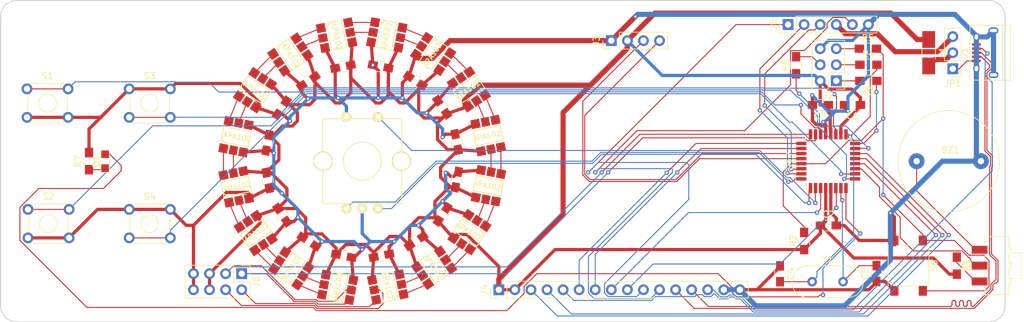
<source format=kicad_pcb>
(kicad_pcb (version 20170123) (host pcbnew "(2017-06-10 revision 1f14389)-master")
  (layers (0 F.Cu signal) (31 B.Cu signal) (34 B.Paste user) (35 F.Paste user) (36 B.SilkS user) (37 F.SilkS user) (38 B.Mask user) (39 F.Mask user) (44 Edge.Cuts user))
  (net 0 "")
  (net 1 GND)
  (net 2 "Net-(BZ1-Pad1)")
  (net 3 +5V)
  (net 4 "Net-(C4-Pad2)")
  (net 5 "Net-(C5-Pad2)")
  (net 6 "Net-(D1-Pad2)")
  (net 7 "Net-(D1-Pad1)")
  (net 8 "Net-(E1-Pad2)")
  (net 9 "Net-(E1-PadA)")
  (net 10 "Net-(E1-PadB)")
  (net 11 "Net-(F1-Pad2)")
  (net 12 "Net-(J1-Pad1)")
  (net 13 USB_D-)
  (net 14 USB_D+)
  (net 15 USB_ID)
  (net 16 /MISO)
  (net 17 /SCK)
  (net 18 /MOSI)
  (net 19 /RST)
  (net 20 OLED_SCL)
  (net 21 OLED_SDA)
  (net 22 PB0)
  (net 23 PB1)
  (net 24 PB2)
  (net 25 PC2)
  (net 26 PC3)
  (net 27 PE0)
  (net 28 PE1)
  (net 29 SER_DTR)
  (net 30 SER_CTS)
  (net 31 SER_RXD)
  (net 32 SER_TXD)
  (net 33 SER_VCC)
  (net 34 LED_DIN)
  (net 35 LED_DOUT)
  (net 36 LED_CIN)
  (net 37 LED_COUT)
  (net 38 "Net-(R1-Pad1)")
  (net 39 RESET)
  (net 40 "Net-(R3-Pad1)")
  (net 41 "Net-(R6-Pad1)")
  (net 42 "Net-(S1-Pad1)")
  (net 43 "Net-(S2-Pad1)")
  (net 44 "Net-(S4-Pad3)")
  (net 45 "Net-(U1-Pad5)")
  (net 46 "Net-(U1-Pad6)")
  (net 47 "Net-(U2-Pad5)")
  (net 48 "Net-(U2-Pad6)")
  (net 49 "Net-(U3-Pad5)")
  (net 50 "Net-(U3-Pad6)")
  (net 51 "Net-(U4-Pad5)")
  (net 52 "Net-(U4-Pad6)")
  (net 53 "Net-(U5-Pad5)")
  (net 54 "Net-(U5-Pad6)")
  (net 55 "Net-(U6-Pad5)")
  (net 56 "Net-(U6-Pad6)")
  (net 57 "Net-(U7-Pad5)")
  (net 58 "Net-(U7-Pad6)")
  (net 59 LED_CMID)
  (net 60 LED_DMID)
  (net 61 "Net-(U10-Pad2)")
  (net 62 "Net-(U10-Pad1)")
  (net 63 "Net-(U10-Pad5)")
  (net 64 "Net-(U10-Pad6)")
  (net 65 "Net-(U11-Pad5)")
  (net 66 "Net-(U11-Pad6)")
  (net 67 "Net-(U12-Pad5)")
  (net 68 "Net-(U12-Pad6)")
  (net 69 "Net-(U13-Pad5)")
  (net 70 "Net-(U13-Pad6)")
  (net 71 "Net-(U14-Pad5)")
  (net 72 "Net-(U14-Pad6)")
  (net 73 "Net-(U15-Pad5)")
  (net 74 "Net-(U15-Pad6)")
  (net 75 "Net-(S3-Pad3)")
  (net 76 "Net-(S5-Pad2)")
  (module Pin_Headers:Pin_Header_Straight_1x16_Pitch2.54mm (layer F.Cu) (at 148.59 83.82 90)
    (fp_text reference J4 (at 0 -2.33 90) (layer F.SilkS))
    (fp_text value CONN_01X16)
    (pad 1 thru_hole rect (at 0 0 90) (size 1.7 1.7) (drill 1) (layers *.Cu *.Mask) (net 3 +5V))
    (pad 2 thru_hole oval (at 0 2.54 90) (size 1.7 1.7) (drill 1) (layers *.Cu *.Mask) (net 3 +5V))
    (pad 3 thru_hole oval (at 0 5.08 90) (size 1.7 1.7) (drill 1) (layers *.Cu *.Mask) (net 24 PB2))
    (pad 4 thru_hole oval (at 0 7.62 90) (size 1.7 1.7) (drill 1) (layers *.Cu *.Mask) (net 23 PB1))
    (pad 5 thru_hole oval (at 0 10.16 90) (size 1.7 1.7) (drill 1) (layers *.Cu *.Mask) (net 22 PB0))
    (pad 6 thru_hole oval (at 0 12.7 90) (size 1.7 1.7) (drill 1) (layers *.Cu *.Mask) (net 25 PC2))
    (pad 7 thru_hole oval (at 0 15.24 90) (size 1.7 1.7) (drill 1) (layers *.Cu *.Mask) (net 26 PC3))
    (pad 8 thru_hole oval (at 0 17.78 90) (size 1.7 1.7) (drill 1) (layers *.Cu *.Mask) (net 27 PE0))
    (pad 9 thru_hole oval (at 0 20.32 90) (size 1.7 1.7) (drill 1) (layers *.Cu *.Mask) (net 28 PE1))
    (pad 10 thru_hole oval (at 0 22.86 90) (size 1.7 1.7) (drill 1) (layers *.Cu *.Mask) (net 29 SER_DTR))
    (pad 11 thru_hole oval (at 0 25.4 90) (size 1.7 1.7) (drill 1) (layers *.Cu *.Mask) (net 30 SER_CTS))
    (pad 12 thru_hole oval (at 0 27.94 90) (size 1.7 1.7) (drill 1) (layers *.Cu *.Mask) (net 14 USB_D+))
    (pad 13 thru_hole oval (at 0 30.48 90) (size 1.7 1.7) (drill 1) (layers *.Cu *.Mask) (net 13 USB_D-))
    (pad 14 thru_hole oval (at 0 33.02 90) (size 1.7 1.7) (drill 1) (layers *.Cu *.Mask) (net 15 USB_ID))
    (pad 15 thru_hole oval (at 0 35.56 90) (size 1.7 1.7) (drill 1) (layers *.Cu *.Mask) (net 1 GND))
    (pad 16 thru_hole oval (at 0 38.1 90) (size 1.7 1.7) (drill 1) (layers *.Cu *.Mask) (net 1 GND))
  )
  (module CrumpPrints:APA102 (layer F.Cu) (at 110.153956 74.862799 34)
    (fp_text reference U3 hide)
    (fp_text value APA102 (at 0.2 0 34) (layer F.SilkS) (effects (font (size 0.8 0.8))))
    (pad 3 smd rect (at 1.6 2.2 124) (size 1.4 1.4) (layers F.Cu F.Paste F.Mask) (net 1 GND))
    (pad 4 smd rect (at 1.6 -2.2 124) (size 1.4 1.4) (layers F.Cu F.Paste F.Mask) (net 3 +5V))
    (pad 5 smd rect (at 0.000001 -2.2 124) (size 1.4 1.3) (layers F.Cu F.Paste F.Mask) (net 49 "Net-(U3-Pad5)"))
    (pad 2 smd rect (at -0.000001 2.2 124) (size 1.4 1.3) (layers F.Cu F.Paste F.Mask) (net 47 "Net-(U2-Pad5)"))
    (pad 1 smd rect (at -1.6 2.2 124) (size 1.4 1.4) (layers F.Cu F.Paste F.Mask) (net 48 "Net-(U2-Pad6)"))
    (pad 6 smd rect (at -1.6 -2.2 124) (size 1.4 1.4) (layers F.Cu F.Paste F.Mask) (net 50 "Net-(U3-Pad6)"))
  )
  (module Buzzers_Beepers:BUZZER (layer F.Cu) (at 219.71 63.5)
    (fp_text reference BZ1 (at 0.24892 -1.75006) (layer F.SilkS))
    (fp_text value Buzzer)
    (pad 2 thru_hole circle (at 5.08 0) (size 2.49936 2.49936) (drill 1.00076) (layers *.Cu *.Mask) (net 1 GND))
    (pad 1 thru_hole circle (at -5.08 0) (size 2.49936 2.49936) (drill 1.00076) (layers *.Cu *.Mask) (net 2 "Net-(BZ1-Pad1)"))
  )
  (module Capacitors_SMD:C_0805_HandSoldering (layer F.Cu) (at 204.49 54.61 180)
    (fp_text reference C1 (at 0 -1.75 180) (layer F.SilkS))
    (fp_text value .1uF)
    (pad 1 smd rect (at -1.25 0 180) (size 1.5 1.25) (layers F.Cu F.Paste F.Mask) (net 3 +5V))
    (pad 2 smd rect (at 1.25 0 180) (size 1.5 1.25) (layers F.Cu F.Paste F.Mask) (net 1 GND))
  )
  (module Capacitors_SMD:C_0805_HandSoldering (layer F.Cu) (at 200.68 73.66)
    (fp_text reference C2 (at 0 -1.75) (layer F.SilkS))
    (fp_text value .1uF)
    (pad 1 smd rect (at -1.25 0) (size 1.5 1.25) (layers F.Cu F.Paste F.Mask) (net 3 +5V))
    (pad 2 smd rect (at 1.25 0) (size 1.5 1.25) (layers F.Cu F.Paste F.Mask) (net 1 GND))
  )
  (module Capacitors_SMD:C_0805_HandSoldering (layer F.Cu) (at 199.41 54.61 180)
    (fp_text reference C3 (at 0 -1.75 180) (layer F.SilkS))
    (fp_text value .1uF)
    (pad 1 smd rect (at -1.25 0 180) (size 1.5 1.25) (layers F.Cu F.Paste F.Mask) (net 3 +5V))
    (pad 2 smd rect (at 1.25 0 180) (size 1.5 1.25) (layers F.Cu F.Paste F.Mask) (net 1 GND))
  )
  (module Capacitors_SMD:C_0805_HandSoldering (layer F.Cu) (at 193.04 81.3 270)
    (fp_text reference C4 (at 0 -1.75 270) (layer F.SilkS))
    (fp_text value 22pF)
    (pad 1 smd rect (at -1.25 0 270) (size 1.5 1.25) (layers F.Cu F.Paste F.Mask) (net 1 GND))
    (pad 2 smd rect (at 1.25 0 270) (size 1.5 1.25) (layers F.Cu F.Paste F.Mask) (net 4 "Net-(C4-Pad2)"))
  )
  (module Capacitors_SMD:C_0805_HandSoldering (layer F.Cu) (at 208.28 81.26 90)
    (fp_text reference C5 (at 0 -1.75 90) (layer F.SilkS))
    (fp_text value 22pF)
    (pad 1 smd rect (at -1.25 0 90) (size 1.5 1.25) (layers F.Cu F.Paste F.Mask) (net 1 GND))
    (pad 2 smd rect (at 1.25 0 90) (size 1.5 1.25) (layers F.Cu F.Paste F.Mask) (net 5 "Net-(C5-Pad2)"))
  )
  (module Capacitors_SMD:C_0805_HandSoldering (layer F.Cu) (at 124.09207 78.459998 169)
    (fp_text reference C6 hide)
    (fp_text value .1uF)
    (pad 1 smd rect (at -1.25 0 169) (size 1.5 1.25) (layers F.Cu F.Paste F.Mask) (net 1 GND))
    (pad 2 smd rect (at 1.25 0 169) (size 1.5 1.25) (layers F.Cu F.Paste F.Mask) (net 3 +5V))
  )
  (module Capacitors_SMD:C_0805_HandSoldering (layer F.Cu) (at 118.58848 76.208419 146.5)
    (fp_text reference C7 hide)
    (fp_text value .1uF)
    (pad 1 smd rect (at -1.25 0 146.5) (size 1.5 1.25) (layers F.Cu F.Paste F.Mask) (net 1 GND))
    (pad 2 smd rect (at 1.25 0 146.5) (size 1.5 1.25) (layers F.Cu F.Paste F.Mask) (net 3 +5V))
  )
  (module Capacitors_SMD:C_0805_HandSoldering (layer F.Cu) (at 114.365467 72.022099 124)
    (fp_text reference C8 hide)
    (fp_text value .1uF)
    (pad 1 smd rect (at -1.25 0 124) (size 1.5 1.25) (layers F.Cu F.Paste F.Mask) (net 1 GND))
    (pad 2 smd rect (at 1.25 0 124) (size 1.5 1.25) (layers F.Cu F.Paste F.Mask) (net 3 +5V))
  )
  (module Capacitors_SMD:C_0805_HandSoldering (layer F.Cu) (at 112.065947 66.538367 101.5)
    (fp_text reference C9 hide)
    (fp_text value .1uF)
    (pad 1 smd rect (at -1.25 0 101.5) (size 1.5 1.25) (layers F.Cu F.Paste F.Mask) (net 1 GND))
    (pad 2 smd rect (at 1.25 0 101.5) (size 1.5 1.25) (layers F.Cu F.Paste F.Mask) (net 3 +5V))
  )
  (module Capacitors_SMD:C_0805_HandSoldering (layer F.Cu) (at 112.040001 60.59207 79)
    (fp_text reference C10 hide)
    (fp_text value .1uF)
    (pad 1 smd rect (at -1.25 0 79) (size 1.5 1.25) (layers F.Cu F.Paste F.Mask) (net 1 GND))
    (pad 2 smd rect (at 1.25 0 79) (size 1.5 1.25) (layers F.Cu F.Paste F.Mask) (net 3 +5V))
  )
  (module Capacitors_SMD:C_0805_HandSoldering (layer F.Cu) (at 114.29158 55.08848 56.5)
    (fp_text reference C11 hide)
    (fp_text value .1uF)
    (pad 1 smd rect (at -1.25 0 56.5) (size 1.5 1.25) (layers F.Cu F.Paste F.Mask) (net 1 GND))
    (pad 2 smd rect (at 1.25 0 56.5) (size 1.5 1.25) (layers F.Cu F.Paste F.Mask) (net 3 +5V))
  )
  (module Capacitors_SMD:C_0805_HandSoldering (layer F.Cu) (at 118.4779 50.865467 34)
    (fp_text reference C12 hide)
    (fp_text value .1uF)
    (pad 1 smd rect (at -1.25 0 34) (size 1.5 1.25) (layers F.Cu F.Paste F.Mask) (net 1 GND))
    (pad 2 smd rect (at 1.25 0 34) (size 1.5 1.25) (layers F.Cu F.Paste F.Mask) (net 3 +5V))
  )
  (module Capacitors_SMD:C_0805_HandSoldering (layer F.Cu) (at 123.961632 48.565947 11.5)
    (fp_text reference C13 hide)
    (fp_text value .1uF)
    (pad 1 smd rect (at -1.25 0 11.5) (size 1.5 1.25) (layers F.Cu F.Paste F.Mask) (net 1 GND))
    (pad 2 smd rect (at 1.25 0 11.5) (size 1.5 1.25) (layers F.Cu F.Paste F.Mask) (net 3 +5V))
  )
  (module Capacitors_SMD:C_0805_HandSoldering (layer F.Cu) (at 129.907929 48.540001 349)
    (fp_text reference C14 hide)
    (fp_text value .1uF)
    (pad 1 smd rect (at -1.25 0 349) (size 1.5 1.25) (layers F.Cu F.Paste F.Mask) (net 1 GND))
    (pad 2 smd rect (at 1.25 0 349) (size 1.5 1.25) (layers F.Cu F.Paste F.Mask) (net 3 +5V))
  )
  (module Capacitors_SMD:C_0805_HandSoldering (layer F.Cu) (at 135.411519 50.79158 326.5)
    (fp_text reference C15 hide)
    (fp_text value .1uF)
    (pad 1 smd rect (at -1.25 0 326.5) (size 1.5 1.25) (layers F.Cu F.Paste F.Mask) (net 1 GND))
    (pad 2 smd rect (at 1.25 0 326.5) (size 1.5 1.25) (layers F.Cu F.Paste F.Mask) (net 3 +5V))
  )
  (module Capacitors_SMD:C_0805_HandSoldering (layer F.Cu) (at 139.634532 54.9779 304)
    (fp_text reference C16 hide)
    (fp_text value .1uF)
    (pad 1 smd rect (at -1.25 0 304) (size 1.5 1.25) (layers F.Cu F.Paste F.Mask) (net 1 GND))
    (pad 2 smd rect (at 1.25 0 304) (size 1.5 1.25) (layers F.Cu F.Paste F.Mask) (net 3 +5V))
  )
  (module Capacitors_SMD:C_0805_HandSoldering (layer F.Cu) (at 141.934052 60.461632 281.5)
    (fp_text reference C17 hide)
    (fp_text value .1uF)
    (pad 1 smd rect (at -1.25 0 281.5) (size 1.5 1.25) (layers F.Cu F.Paste F.Mask) (net 1 GND))
    (pad 2 smd rect (at 1.25 0 281.5) (size 1.5 1.25) (layers F.Cu F.Paste F.Mask) (net 3 +5V))
  )
  (module Capacitors_SMD:C_0805_HandSoldering (layer F.Cu) (at 141.959998 66.407929 259)
    (fp_text reference C18 hide)
    (fp_text value .1uF)
    (pad 1 smd rect (at -1.25 0 259) (size 1.5 1.25) (layers F.Cu F.Paste F.Mask) (net 1 GND))
    (pad 2 smd rect (at 1.25 0 259) (size 1.5 1.25) (layers F.Cu F.Paste F.Mask) (net 3 +5V))
  )
  (module Capacitors_SMD:C_0805_HandSoldering (layer F.Cu) (at 139.708419 71.911519 236.5)
    (fp_text reference C19 hide)
    (fp_text value .1uF)
    (pad 1 smd rect (at -1.25 0 236.5) (size 1.5 1.25) (layers F.Cu F.Paste F.Mask) (net 1 GND))
    (pad 2 smd rect (at 1.25 0 236.5) (size 1.5 1.25) (layers F.Cu F.Paste F.Mask) (net 3 +5V))
  )
  (module Capacitors_SMD:C_0805_HandSoldering (layer F.Cu) (at 135.522099 76.134532 214)
    (fp_text reference C20 hide)
    (fp_text value .1uF)
    (pad 1 smd rect (at -1.25 0 214) (size 1.5 1.25) (layers F.Cu F.Paste F.Mask) (net 1 GND))
    (pad 2 smd rect (at 1.25 0 214) (size 1.5 1.25) (layers F.Cu F.Paste F.Mask) (net 3 +5V))
  )
  (module Capacitors_SMD:C_0805_HandSoldering (layer F.Cu) (at 130.038367 78.434052 191.5)
    (fp_text reference C21 hide)
    (fp_text value .1uF)
    (pad 1 smd rect (at -1.25 0 191.5) (size 1.5 1.25) (layers F.Cu F.Paste F.Mask) (net 1 GND))
    (pad 2 smd rect (at 1.25 0 191.5) (size 1.5 1.25) (layers F.Cu F.Paste F.Mask) (net 3 +5V))
  )
  (module LEDs:LED_0805 (layer F.Cu) (at 86.36 63.5 90)
    (fp_text reference D1 (at 0 -1.45 90) (layer F.SilkS))
    (fp_text value LED)
    (pad 2 smd rect (at 1.1 0 270) (size 1.2 1.2) (layers F.Cu F.Paste F.Mask) (net 6 "Net-(D1-Pad2)"))
    (pad 1 smd rect (at -1.1 0 270) (size 1.2 1.2) (layers F.Cu F.Paste F.Mask) (net 7 "Net-(D1-Pad1)"))
  )
  (module pec11r:pec11r (layer F.Cu) (at 127 63.5)
    (fp_text reference E1 hide)
    (fp_text value PEC11R)
    (pad 1 thru_hole circle (at -2.5 -7) (size 1.524 1.524) (drill 0.762) (layers *.Cu *.Mask F.SilkS) (net 1 GND))
    (pad 2 thru_hole circle (at 2.5 -7) (size 1.524 1.524) (drill 0.762) (layers *.Cu *.Mask F.SilkS) (net 8 "Net-(E1-Pad2)"))
    (pad C thru_hole circle (at 0 7.5) (size 1.524 1.524) (drill 0.762) (layers *.Cu *.Mask F.SilkS) (net 1 GND))
    (pad A thru_hole circle (at -2.5 7.5) (size 1.524 1.524) (drill 0.762) (layers *.Cu *.Mask F.SilkS) (net 9 "Net-(E1-PadA)"))
    (pad B thru_hole circle (at 2.5 7.5) (size 1.524 1.524) (drill 0.762) (layers *.Cu *.Mask F.SilkS) (net 10 "Net-(E1-PadB)"))
    (pad "" thru_hole circle (at 6.2 0) (size 3 3) (drill 2.6) (layers *.Cu *.Mask F.SilkS))
    (pad "" thru_hole circle (at -6.2 0) (size 3 3) (drill 2.6) (layers *.Cu *.Mask F.SilkS))
  )
  (module Fuse_Holders_and_Fuses:Fuse_SMD1206_HandSoldering (layer F.Cu) (at 216.535 46.355 270)
    (fp_text reference F1 (at -0.05 -2.2 270) (layer F.SilkS))
    (fp_text value 500mA)
    (pad 1 smd rect (at -2.09 0) (size 2.03 2.65) (layers F.Cu F.Paste F.Mask) (net 3 +5V))
    (pad 2 smd rect (at 2.09 0) (size 2.03 2.65) (layers F.Cu F.Paste F.Mask) (net 11 "Net-(F1-Pad2)"))
  )
  (module Connectors:USB_Micro-B (layer F.Cu) (at 225.425 46.355 90)
    (fp_text reference J1 (at 0 -3.24 90) (layer F.SilkS))
    (fp_text value USB_OTG)
    (pad 1 smd rect (at -1.3 -1.35 180) (size 1.35 0.4) (layers F.Cu F.Paste F.Mask) (net 12 "Net-(J1-Pad1)"))
    (pad 2 smd rect (at -0.65 -1.35 180) (size 1.35 0.4) (layers F.Cu F.Paste F.Mask) (net 13 USB_D-))
    (pad 3 smd rect (at 0 -1.35 180) (size 1.35 0.4) (layers F.Cu F.Paste F.Mask) (net 14 USB_D+))
    (pad 4 smd rect (at 0.65 -1.35 180) (size 1.35 0.4) (layers F.Cu F.Paste F.Mask) (net 15 USB_ID))
    (pad 5 smd rect (at 1.3 -1.35 180) (size 1.35 0.4) (layers F.Cu F.Paste F.Mask) (net 1 GND))
    (pad 6 thru_hole oval (at -2.5 -1.35 180) (size 0.95 1.25) (drill oval 0.55 0.85) (layers *.Cu *.Mask) (net 1 GND))
    (pad 6 thru_hole oval (at 2.5 -1.35 180) (size 0.95 1.25) (drill oval 0.55 0.85) (layers *.Cu *.Mask) (net 1 GND))
    (pad 6 thru_hole oval (at -3.5 1.35 180) (size 1.55 1) (drill oval 1.15 0.5) (layers *.Cu *.Mask) (net 1 GND))
    (pad 6 thru_hole oval (at 3.5 1.35 180) (size 1.55 1) (drill oval 1.15 0.5) (layers *.Cu *.Mask) (net 1 GND))
  )
  (module Pin_Headers:Pin_Header_Straight_2x03_Pitch2.54mm (layer F.Cu) (at 201.93 50.8 180)
    (fp_text reference J2 (at 1.27 -2.33 180) (layer F.SilkS))
    (fp_text value CONN_02X03)
    (pad 1 thru_hole rect (at 0 0 180) (size 1.7 1.7) (drill 1) (layers *.Cu *.Mask) (net 16 /MISO))
    (pad 2 thru_hole oval (at 2.54 0 180) (size 1.7 1.7) (drill 1) (layers *.Cu *.Mask) (net 3 +5V))
    (pad 3 thru_hole oval (at 0 2.54 180) (size 1.7 1.7) (drill 1) (layers *.Cu *.Mask) (net 17 /SCK))
    (pad 4 thru_hole oval (at 2.54 2.54 180) (size 1.7 1.7) (drill 1) (layers *.Cu *.Mask) (net 18 /MOSI))
    (pad 5 thru_hole oval (at 0 5.08 180) (size 1.7 1.7) (drill 1) (layers *.Cu *.Mask) (net 19 /RST))
    (pad 6 thru_hole oval (at 2.54 5.08 180) (size 1.7 1.7) (drill 1) (layers *.Cu *.Mask) (net 1 GND))
  )
  (module Pin_Headers:Pin_Header_Straight_1x04_Pitch2.54mm (layer F.Cu) (at 166.37 44.45 90)
    (fp_text reference J3 (at 0 -2.33 90) (layer F.SilkS))
    (fp_text value CONN_01X04)
    (pad 1 thru_hole rect (at 0 0 90) (size 1.7 1.7) (drill 1) (layers *.Cu *.Mask) (net 1 GND))
    (pad 2 thru_hole oval (at 0 2.54 90) (size 1.7 1.7) (drill 1) (layers *.Cu *.Mask) (net 3 +5V))
    (pad 3 thru_hole oval (at 0 5.08 90) (size 1.7 1.7) (drill 1) (layers *.Cu *.Mask) (net 20 OLED_SCL))
    (pad 4 thru_hole oval (at 0 7.62 90) (size 1.7 1.7) (drill 1) (layers *.Cu *.Mask) (net 21 OLED_SDA))
  )
  (module Pin_Headers:Pin_Header_Straight_1x06_Pitch2.54mm (layer F.Cu) (at 194.31 41.91 90)
    (fp_text reference J5 (at 0 -2.33 90) (layer F.SilkS))
    (fp_text value CONN_01X06)
    (pad 1 thru_hole rect (at 0 0 90) (size 1.7 1.7) (drill 1) (layers *.Cu *.Mask) (net 29 SER_DTR))
    (pad 2 thru_hole oval (at 0 2.54 90) (size 1.7 1.7) (drill 1) (layers *.Cu *.Mask) (net 31 SER_RXD))
    (pad 3 thru_hole oval (at 0 5.08 90) (size 1.7 1.7) (drill 1) (layers *.Cu *.Mask) (net 32 SER_TXD))
    (pad 4 thru_hole oval (at 0 7.62 90) (size 1.7 1.7) (drill 1) (layers *.Cu *.Mask) (net 33 SER_VCC))
    (pad 5 thru_hole oval (at 0 10.16 90) (size 1.7 1.7) (drill 1) (layers *.Cu *.Mask) (net 30 SER_CTS))
    (pad 6 thru_hole oval (at 0 12.7 90) (size 1.7 1.7) (drill 1) (layers *.Cu *.Mask) (net 1 GND))
  )
  (module Pin_Headers:Pin_Header_Straight_2x04_Pitch2.54mm (layer F.Cu) (at 107.95 81.28 270)
    (fp_text reference J6 (at 1.27 -2.33 270) (layer F.SilkS))
    (fp_text value CONN_02X04)
    (pad 1 thru_hole rect (at 0 0 270) (size 1.7 1.7) (drill 1) (layers *.Cu *.Mask) (net 34 LED_DIN))
    (pad 2 thru_hole oval (at 2.54 0 270) (size 1.7 1.7) (drill 1) (layers *.Cu *.Mask) (net 35 LED_DOUT))
    (pad 3 thru_hole oval (at 0 2.54 270) (size 1.7 1.7) (drill 1) (layers *.Cu *.Mask) (net 36 LED_CIN))
    (pad 4 thru_hole oval (at 2.54 2.54 270) (size 1.7 1.7) (drill 1) (layers *.Cu *.Mask) (net 37 LED_COUT))
    (pad 5 thru_hole oval (at 0 5.08 270) (size 1.7 1.7) (drill 1) (layers *.Cu *.Mask) (net 3 +5V))
    (pad 6 thru_hole oval (at 2.54 5.08 270) (size 1.7 1.7) (drill 1) (layers *.Cu *.Mask) (net 3 +5V))
    (pad 7 thru_hole oval (at 0 7.62 270) (size 1.7 1.7) (drill 1) (layers *.Cu *.Mask) (net 1 GND))
    (pad 8 thru_hole oval (at 2.54 7.62 270) (size 1.7 1.7) (drill 1) (layers *.Cu *.Mask) (net 1 GND))
  )
  (module Pin_Headers:Pin_Header_Straight_1x03_Pitch2.54mm (layer F.Cu) (at 220.345 48.895 180)
    (fp_text reference JP1 (at 0 -2.33 180) (layer F.SilkS))
    (fp_text value Jumper_NC_Dual)
    (pad 1 thru_hole rect (at 0 0 180) (size 1.7 1.7) (drill 1) (layers *.Cu *.Mask) (net 12 "Net-(J1-Pad1)"))
    (pad 2 thru_hole oval (at 0 2.54 180) (size 1.7 1.7) (drill 1) (layers *.Cu *.Mask) (net 11 "Net-(F1-Pad2)"))
    (pad 3 thru_hole oval (at 0 5.08 180) (size 1.7 1.7) (drill 1) (layers *.Cu *.Mask) (net 33 SER_VCC))
  )
  (module Resistors_SMD:R_0805_HandSoldering (layer F.Cu) (at 220.98 80.01 270)
    (fp_text reference R1 (at 0 -1.7 270) (layer F.SilkS))
    (fp_text value 10K)
    (pad 1 smd rect (at -1.35 0 270) (size 1.5 1.3) (layers F.Cu F.Paste F.Mask) (net 38 "Net-(R1-Pad1)"))
    (pad 2 smd rect (at 1.35 0 270) (size 1.5 1.3) (layers F.Cu F.Paste F.Mask) (net 3 +5V))
  )
  (module Resistors_SMD:R_0805_HandSoldering (layer F.Cu) (at 196.85 76.12 90)
    (fp_text reference R2 (at 0 -1.7 90) (layer F.SilkS))
    (fp_text value 10K)
    (pad 1 smd rect (at -1.35 0 90) (size 1.5 1.3) (layers F.Cu F.Paste F.Mask) (net 3 +5V))
    (pad 2 smd rect (at 1.35 0 90) (size 1.5 1.3) (layers F.Cu F.Paste F.Mask) (net 39 RESET))
  )
  (module Resistors_SMD:R_0805_HandSoldering (layer F.Cu) (at 207.01 50.8 180)
    (fp_text reference R3 (at 0 -1.7 180) (layer F.SilkS))
    (fp_text value 330)
    (pad 1 smd rect (at -1.35 0 180) (size 1.5 1.3) (layers F.Cu F.Paste F.Mask) (net 40 "Net-(R3-Pad1)"))
    (pad 2 smd rect (at 1.35 0 180) (size 1.5 1.3) (layers F.Cu F.Paste F.Mask) (net 16 /MISO))
  )
  (module Resistors_SMD:R_0805_HandSoldering (layer F.Cu) (at 207.01 48.26)
    (fp_text reference R4 (at 0 -1.7) (layer F.SilkS))
    (fp_text value 330)
    (pad 1 smd rect (at -1.35 0) (size 1.5 1.3) (layers F.Cu F.Paste F.Mask) (net 17 /SCK))
    (pad 2 smd rect (at 1.35 0) (size 1.5 1.3) (layers F.Cu F.Paste F.Mask) (net 6 "Net-(D1-Pad2)"))
  )
  (module Resistors_SMD:R_0805_HandSoldering (layer F.Cu) (at 206.93 45.72)
    (fp_text reference R5 (at 0 -1.7) (layer F.SilkS))
    (fp_text value 330)
    (pad 1 smd rect (at -1.35 0) (size 1.5 1.3) (layers F.Cu F.Paste F.Mask) (net 19 /RST))
    (pad 2 smd rect (at 1.35 0) (size 1.5 1.3) (layers F.Cu F.Paste F.Mask) (net 39 RESET))
  )
  (module Resistors_SMD:R_0805_HandSoldering (layer F.Cu) (at 195.58 48.34 90)
    (fp_text reference R6 (at 0 -1.7 90) (layer F.SilkS))
    (fp_text value 330)
    (pad 1 smd rect (at -1.35 0 90) (size 1.5 1.3) (layers F.Cu F.Paste F.Mask) (net 41 "Net-(R6-Pad1)"))
    (pad 2 smd rect (at 1.35 0 90) (size 1.5 1.3) (layers F.Cu F.Paste F.Mask) (net 18 /MOSI))
  )
  (module Resistors_SMD:R_0805_HandSoldering (layer F.Cu) (at 83.82 63.5 90)
    (fp_text reference R7 (at 0 -1.7 90) (layer F.SilkS))
    (fp_text value 1K)
    (pad 1 smd rect (at -1.35 0 90) (size 1.5 1.3) (layers F.Cu F.Paste F.Mask) (net 7 "Net-(D1-Pad1)"))
    (pad 2 smd rect (at 1.35 0 90) (size 1.5 1.3) (layers F.Cu F.Paste F.Mask) (net 1 GND))
  )
  (module Buttons_Switches_THT:SW_TH_Tactile_Omron_B3F-10xx (layer F.Cu) (at 74.018 52.07)
    (fp_text reference S1 (at 3.25 -2.05) (layer F.SilkS))
    (fp_text value 10-XX)
    (pad 4 thru_hole circle (at 6.5 4.5) (size 1.7 1.7) (drill 1) (layers *.Cu *.Mask) (net 1 GND))
    (pad 3 thru_hole circle (at 0 4.5) (size 1.7 1.7) (drill 1) (layers *.Cu *.Mask) (net 1 GND))
    (pad 2 thru_hole circle (at 6.5 0) (size 1.7 1.7) (drill 1) (layers *.Cu *.Mask) (net 42 "Net-(S1-Pad1)"))
    (pad 1 thru_hole circle (at 0 0) (size 1.7 1.7) (drill 1) (layers *.Cu *.Mask) (net 42 "Net-(S1-Pad1)"))
  )
  (module Buttons_Switches_THT:SW_TH_Tactile_Omron_B3F-10xx (layer F.Cu) (at 74.168 71.12)
    (fp_text reference S2 (at 3.25 -2.05) (layer F.SilkS))
    (fp_text value 10-XX)
    (pad 4 thru_hole circle (at 6.5 4.5) (size 1.7 1.7) (drill 1) (layers *.Cu *.Mask) (net 1 GND))
    (pad 3 thru_hole circle (at 0 4.5) (size 1.7 1.7) (drill 1) (layers *.Cu *.Mask) (net 1 GND))
    (pad 2 thru_hole circle (at 6.5 0) (size 1.7 1.7) (drill 1) (layers *.Cu *.Mask) (net 43 "Net-(S2-Pad1)"))
    (pad 1 thru_hole circle (at 0 0) (size 1.7 1.7) (drill 1) (layers *.Cu *.Mask) (net 43 "Net-(S2-Pad1)"))
  )
  (module Buttons_Switches_THT:SW_TH_Tactile_Omron_B3F-10xx (layer F.Cu) (at 90.17 71.12)
    (fp_text reference S4 (at 3.25 -2.05) (layer F.SilkS))
    (fp_text value 10-XX)
    (pad 4 thru_hole circle (at 6.5 4.5) (size 1.7 1.7) (drill 1) (layers *.Cu *.Mask) (net 44 "Net-(S4-Pad3)"))
    (pad 3 thru_hole circle (at 0 4.5) (size 1.7 1.7) (drill 1) (layers *.Cu *.Mask) (net 44 "Net-(S4-Pad3)"))
    (pad 2 thru_hole circle (at 6.5 0) (size 1.7 1.7) (drill 1) (layers *.Cu *.Mask) (net 1 GND))
    (pad 1 thru_hole circle (at 0 0) (size 1.7 1.7) (drill 1) (layers *.Cu *.Mask) (net 1 GND))
  )
  (module CrumpPrints:APA102 (layer F.Cu) (at 123.122761 83.446664 79)
    (fp_text reference U1 hide)
    (fp_text value APA102 (at 0.2 0 79) (layer F.SilkS) (effects (font (size 0.8 0.8))))
    (pad 3 smd rect (at 1.6 2.2 169) (size 1.4 1.4) (layers F.Cu F.Paste F.Mask) (net 1 GND))
    (pad 4 smd rect (at 1.6 -2.2 169) (size 1.4 1.4) (layers F.Cu F.Paste F.Mask) (net 3 +5V))
    (pad 5 smd rect (at 0 -2.2 169) (size 1.4 1.3) (layers F.Cu F.Paste F.Mask) (net 45 "Net-(U1-Pad5)"))
    (pad 2 smd rect (at 0 2.2 169) (size 1.4 1.3) (layers F.Cu F.Paste F.Mask) (net 36 LED_CIN))
    (pad 1 smd rect (at -1.6 2.2 169) (size 1.4 1.4) (layers F.Cu F.Paste F.Mask) (net 34 LED_DIN))
    (pad 6 smd rect (at -1.6 -2.2 169) (size 1.4 1.4) (layers F.Cu F.Paste F.Mask) (net 46 "Net-(U1-Pad6)"))
  )
  (module CrumpPrints:APA102 (layer F.Cu) (at 115.78464 80.444559 56.5)
    (fp_text reference U2 hide)
    (fp_text value APA102 (at 0.2 0 56.5) (layer F.SilkS) (effects (font (size 0.8 0.8))))
    (pad 3 smd rect (at 1.6 2.2 146.5) (size 1.4 1.4) (layers F.Cu F.Paste F.Mask) (net 1 GND))
    (pad 4 smd rect (at 1.6 -2.2 146.5) (size 1.4 1.4) (layers F.Cu F.Paste F.Mask) (net 3 +5V))
    (pad 5 smd rect (at 0 -2.2 146.5) (size 1.4 1.3) (layers F.Cu F.Paste F.Mask) (net 47 "Net-(U2-Pad5)"))
    (pad 2 smd rect (at 0 2.2 146.5) (size 1.4 1.3) (layers F.Cu F.Paste F.Mask) (net 45 "Net-(U1-Pad5)"))
    (pad 1 smd rect (at -1.6 2.2 146.5) (size 1.4 1.4) (layers F.Cu F.Paste F.Mask) (net 46 "Net-(U1-Pad6)"))
    (pad 6 smd rect (at -1.6 -2.2 146.5) (size 1.4 1.4) (layers F.Cu F.Paste F.Mask) (net 48 "Net-(U2-Pad6)"))
  )
  (module CrumpPrints:APA102 (layer F.Cu) (at 107.08793 67.551156 11.5)
    (fp_text reference U4 hide)
    (fp_text value APA102 (at 0.2 0 11.5) (layer F.SilkS) (effects (font (size 0.8 0.8))))
    (pad 3 smd rect (at 1.6 2.2 101.5) (size 1.4 1.4) (layers F.Cu F.Paste F.Mask) (net 1 GND))
    (pad 4 smd rect (at 1.6 -2.2 101.5) (size 1.4 1.4) (layers F.Cu F.Paste F.Mask) (net 3 +5V))
    (pad 5 smd rect (at 0 -2.2 101.5) (size 1.4 1.3) (layers F.Cu F.Paste F.Mask) (net 51 "Net-(U4-Pad5)"))
    (pad 2 smd rect (at 0 2.2 101.5) (size 1.4 1.3) (layers F.Cu F.Paste F.Mask) (net 49 "Net-(U3-Pad5)"))
    (pad 1 smd rect (at -1.6 2.2 101.5) (size 1.4 1.4) (layers F.Cu F.Paste F.Mask) (net 50 "Net-(U3-Pad6)"))
    (pad 6 smd rect (at -1.6 -2.2 101.5) (size 1.4 1.4) (layers F.Cu F.Paste F.Mask) (net 52 "Net-(U4-Pad6)"))
  )
  (module CrumpPrints:APA102 (layer F.Cu) (at 107.053335 59.622761 349)
    (fp_text reference U5 hide)
    (fp_text value APA102 (at 0.2 0 349) (layer F.SilkS) (effects (font (size 0.8 0.8))))
    (pad 3 smd rect (at 1.6 2.2 79) (size 1.4 1.4) (layers F.Cu F.Paste F.Mask) (net 1 GND))
    (pad 4 smd rect (at 1.6 -2.2 79) (size 1.4 1.4) (layers F.Cu F.Paste F.Mask) (net 3 +5V))
    (pad 5 smd rect (at 0 -2.2 79) (size 1.4 1.3) (layers F.Cu F.Paste F.Mask) (net 53 "Net-(U5-Pad5)"))
    (pad 2 smd rect (at 0 2.2 79) (size 1.4 1.3) (layers F.Cu F.Paste F.Mask) (net 51 "Net-(U4-Pad5)"))
    (pad 1 smd rect (at -1.6 2.2 79) (size 1.4 1.4) (layers F.Cu F.Paste F.Mask) (net 52 "Net-(U4-Pad6)"))
    (pad 6 smd rect (at -1.6 -2.2 79) (size 1.4 1.4) (layers F.Cu F.Paste F.Mask) (net 54 "Net-(U5-Pad6)"))
  )
  (module CrumpPrints:APA102 (layer F.Cu) (at 110.05544 52.28464 326.5)
    (fp_text reference U6 hide)
    (fp_text value APA102 (at 0.2 0 326.5) (layer F.SilkS) (effects (font (size 0.8 0.8))))
    (pad 3 smd rect (at 1.6 2.2 56.5) (size 1.4 1.4) (layers F.Cu F.Paste F.Mask) (net 1 GND))
    (pad 4 smd rect (at 1.6 -2.2 56.5) (size 1.4 1.4) (layers F.Cu F.Paste F.Mask) (net 3 +5V))
    (pad 5 smd rect (at 0 -2.2 56.5) (size 1.4 1.3) (layers F.Cu F.Paste F.Mask) (net 55 "Net-(U6-Pad5)"))
    (pad 2 smd rect (at 0 2.2 56.5) (size 1.4 1.3) (layers F.Cu F.Paste F.Mask) (net 53 "Net-(U5-Pad5)"))
    (pad 1 smd rect (at -1.6 2.2 56.5) (size 1.4 1.4) (layers F.Cu F.Paste F.Mask) (net 54 "Net-(U5-Pad6)"))
    (pad 6 smd rect (at -1.6 -2.2 56.5) (size 1.4 1.4) (layers F.Cu F.Paste F.Mask) (net 56 "Net-(U6-Pad6)"))
  )
  (module CrumpPrints:APA102 (layer F.Cu) (at 115.6372 46.653956 304)
    (fp_text reference U7 hide)
    (fp_text value APA102 (at 0.2 0 304) (layer F.SilkS) (effects (font (size 0.8 0.8))))
    (pad 3 smd rect (at 1.6 2.2 34) (size 1.4 1.4) (layers F.Cu F.Paste F.Mask) (net 1 GND))
    (pad 4 smd rect (at 1.6 -2.2 34) (size 1.4 1.4) (layers F.Cu F.Paste F.Mask) (net 3 +5V))
    (pad 5 smd rect (at 0.000001 -2.2 34) (size 1.4 1.3) (layers F.Cu F.Paste F.Mask) (net 57 "Net-(U7-Pad5)"))
    (pad 2 smd rect (at -0.000001 2.2 34) (size 1.4 1.3) (layers F.Cu F.Paste F.Mask) (net 55 "Net-(U6-Pad5)"))
    (pad 1 smd rect (at -1.6 2.2 34) (size 1.4 1.4) (layers F.Cu F.Paste F.Mask) (net 56 "Net-(U6-Pad6)"))
    (pad 6 smd rect (at -1.6 -2.2 34) (size 1.4 1.4) (layers F.Cu F.Paste F.Mask) (net 58 "Net-(U7-Pad6)"))
  )
  (module CrumpPrints:APA102 (layer F.Cu) (at 122.948843 43.58793 281.5)
    (fp_text reference U8 hide)
    (fp_text value APA102 (at 0.2 0 281.5) (layer F.SilkS) (effects (font (size 0.8 0.8))))
    (pad 3 smd rect (at 1.6 2.2 11.5) (size 1.4 1.4) (layers F.Cu F.Paste F.Mask) (net 1 GND))
    (pad 4 smd rect (at 1.6 -2.2 11.5) (size 1.4 1.4) (layers F.Cu F.Paste F.Mask) (net 3 +5V))
    (pad 5 smd rect (at 0 -2.2 11.5) (size 1.4 1.3) (layers F.Cu F.Paste F.Mask) (net 59 LED_CMID))
    (pad 2 smd rect (at 0 2.2 11.5) (size 1.4 1.3) (layers F.Cu F.Paste F.Mask) (net 57 "Net-(U7-Pad5)"))
    (pad 1 smd rect (at -1.6 2.2 11.5) (size 1.4 1.4) (layers F.Cu F.Paste F.Mask) (net 58 "Net-(U7-Pad6)"))
    (pad 6 smd rect (at -1.6 -2.2 11.5) (size 1.4 1.4) (layers F.Cu F.Paste F.Mask) (net 60 LED_DMID))
  )
  (module CrumpPrints:APA102 (layer F.Cu) (at 130.877238 43.553335 259)
    (fp_text reference U9 hide)
    (fp_text value APA102 (at 0.2 0 259) (layer F.SilkS) (effects (font (size 0.8 0.8))))
    (pad 3 smd rect (at 1.6 2.2 349) (size 1.4 1.4) (layers F.Cu F.Paste F.Mask) (net 1 GND))
    (pad 4 smd rect (at 1.6 -2.2 349) (size 1.4 1.4) (layers F.Cu F.Paste F.Mask) (net 3 +5V))
    (pad 5 smd rect (at 0 -2.2 349) (size 1.4 1.3) (layers F.Cu F.Paste F.Mask) (net 61 "Net-(U10-Pad2)"))
    (pad 2 smd rect (at 0 2.2 349) (size 1.4 1.3) (layers F.Cu F.Paste F.Mask) (net 59 LED_CMID))
    (pad 1 smd rect (at -1.6 2.2 349) (size 1.4 1.4) (layers F.Cu F.Paste F.Mask) (net 60 LED_DMID))
    (pad 6 smd rect (at -1.6 -2.2 349) (size 1.4 1.4) (layers F.Cu F.Paste F.Mask) (net 62 "Net-(U10-Pad1)"))
  )
  (module CrumpPrints:APA102 (layer F.Cu) (at 138.215359 46.55544 236.5)
    (fp_text reference U10 hide)
    (fp_text value APA102 (at 0.2 0 236.5) (layer F.SilkS) (effects (font (size 0.8 0.8))))
    (pad 3 smd rect (at 1.6 2.2 326.5) (size 1.4 1.4) (layers F.Cu F.Paste F.Mask) (net 1 GND))
    (pad 4 smd rect (at 1.6 -2.2 326.5) (size 1.4 1.4) (layers F.Cu F.Paste F.Mask) (net 3 +5V))
    (pad 5 smd rect (at 0 -2.2 326.5) (size 1.4 1.3) (layers F.Cu F.Paste F.Mask) (net 63 "Net-(U10-Pad5)"))
    (pad 2 smd rect (at 0 2.2 326.5) (size 1.4 1.3) (layers F.Cu F.Paste F.Mask) (net 61 "Net-(U10-Pad2)"))
    (pad 1 smd rect (at -1.6 2.2 326.5) (size 1.4 1.4) (layers F.Cu F.Paste F.Mask) (net 62 "Net-(U10-Pad1)"))
    (pad 6 smd rect (at -1.6 -2.2 326.5) (size 1.4 1.4) (layers F.Cu F.Paste F.Mask) (net 64 "Net-(U10-Pad6)"))
  )
  (module CrumpPrints:APA102 (layer F.Cu) (at 143.846043 52.1372 214)
    (fp_text reference U11 hide)
    (fp_text value APA102 (at 0.2 0 214) (layer F.SilkS) (effects (font (size 0.8 0.8))))
    (pad 3 smd rect (at 1.6 2.2 304) (size 1.4 1.4) (layers F.Cu F.Paste F.Mask) (net 1 GND))
    (pad 4 smd rect (at 1.6 -2.2 304) (size 1.4 1.4) (layers F.Cu F.Paste F.Mask) (net 3 +5V))
    (pad 5 smd rect (at 0.000001 -2.2 304) (size 1.4 1.3) (layers F.Cu F.Paste F.Mask) (net 65 "Net-(U11-Pad5)"))
    (pad 2 smd rect (at -0.000001 2.2 304) (size 1.4 1.3) (layers F.Cu F.Paste F.Mask) (net 63 "Net-(U10-Pad5)"))
    (pad 1 smd rect (at -1.6 2.2 304) (size 1.4 1.4) (layers F.Cu F.Paste F.Mask) (net 64 "Net-(U10-Pad6)"))
    (pad 6 smd rect (at -1.6 -2.2 304) (size 1.4 1.4) (layers F.Cu F.Paste F.Mask) (net 66 "Net-(U11-Pad6)"))
  )
  (module CrumpPrints:APA102 (layer F.Cu) (at 146.912069 59.448843 191.5)
    (fp_text reference U12 hide)
    (fp_text value APA102 (at 0.2 0 191.5) (layer F.SilkS) (effects (font (size 0.8 0.8))))
    (pad 3 smd rect (at 1.6 2.2 281.5) (size 1.4 1.4) (layers F.Cu F.Paste F.Mask) (net 1 GND))
    (pad 4 smd rect (at 1.6 -2.2 281.5) (size 1.4 1.4) (layers F.Cu F.Paste F.Mask) (net 3 +5V))
    (pad 5 smd rect (at 0 -2.2 281.5) (size 1.4 1.3) (layers F.Cu F.Paste F.Mask) (net 67 "Net-(U12-Pad5)"))
    (pad 2 smd rect (at 0 2.2 281.5) (size 1.4 1.3) (layers F.Cu F.Paste F.Mask) (net 65 "Net-(U11-Pad5)"))
    (pad 1 smd rect (at -1.6 2.2 281.5) (size 1.4 1.4) (layers F.Cu F.Paste F.Mask) (net 66 "Net-(U11-Pad6)"))
    (pad 6 smd rect (at -1.6 -2.2 281.5) (size 1.4 1.4) (layers F.Cu F.Paste F.Mask) (net 68 "Net-(U12-Pad6)"))
  )
  (module CrumpPrints:APA102 (layer F.Cu) (at 146.946664 67.377238 169)
    (fp_text reference U13 hide)
    (fp_text value APA102 (at 0.2 0 169) (layer F.SilkS) (effects (font (size 0.8 0.8))))
    (pad 3 smd rect (at 1.6 2.2 259) (size 1.4 1.4) (layers F.Cu F.Paste F.Mask) (net 1 GND))
    (pad 4 smd rect (at 1.6 -2.2 259) (size 1.4 1.4) (layers F.Cu F.Paste F.Mask) (net 3 +5V))
    (pad 5 smd rect (at 0 -2.2 259) (size 1.4 1.3) (layers F.Cu F.Paste F.Mask) (net 69 "Net-(U13-Pad5)"))
    (pad 2 smd rect (at 0 2.2 259) (size 1.4 1.3) (layers F.Cu F.Paste F.Mask) (net 67 "Net-(U12-Pad5)"))
    (pad 1 smd rect (at -1.6 2.2 259) (size 1.4 1.4) (layers F.Cu F.Paste F.Mask) (net 68 "Net-(U12-Pad6)"))
    (pad 6 smd rect (at -1.6 -2.2 259) (size 1.4 1.4) (layers F.Cu F.Paste F.Mask) (net 70 "Net-(U13-Pad6)"))
  )
  (module CrumpPrints:APA102 (layer F.Cu) (at 143.944559 74.715359 146.5)
    (fp_text reference U14 hide)
    (fp_text value APA102 (at 0.2 0 146.5) (layer F.SilkS) (effects (font (size 0.8 0.8))))
    (pad 3 smd rect (at 1.6 2.2 236.5) (size 1.4 1.4) (layers F.Cu F.Paste F.Mask) (net 1 GND))
    (pad 4 smd rect (at 1.6 -2.2 236.5) (size 1.4 1.4) (layers F.Cu F.Paste F.Mask) (net 3 +5V))
    (pad 5 smd rect (at 0 -2.2 236.5) (size 1.4 1.3) (layers F.Cu F.Paste F.Mask) (net 71 "Net-(U14-Pad5)"))
    (pad 2 smd rect (at 0 2.2 236.5) (size 1.4 1.3) (layers F.Cu F.Paste F.Mask) (net 69 "Net-(U13-Pad5)"))
    (pad 1 smd rect (at -1.6 2.2 236.5) (size 1.4 1.4) (layers F.Cu F.Paste F.Mask) (net 70 "Net-(U13-Pad6)"))
    (pad 6 smd rect (at -1.6 -2.2 236.5) (size 1.4 1.4) (layers F.Cu F.Paste F.Mask) (net 72 "Net-(U14-Pad6)"))
  )
  (module CrumpPrints:APA102 (layer F.Cu) (at 138.362799 80.346043 124)
    (fp_text reference U15 hide)
    (fp_text value APA102 (at 0.2 0 124) (layer F.SilkS) (effects (font (size 0.8 0.8))))
    (pad 3 smd rect (at 1.6 2.2 214) (size 1.4 1.4) (layers F.Cu F.Paste F.Mask) (net 1 GND))
    (pad 4 smd rect (at 1.6 -2.2 214) (size 1.4 1.4) (layers F.Cu F.Paste F.Mask) (net 3 +5V))
    (pad 5 smd rect (at 0.000001 -2.2 214) (size 1.4 1.3) (layers F.Cu F.Paste F.Mask) (net 73 "Net-(U15-Pad5)"))
    (pad 2 smd rect (at -0.000001 2.2 214) (size 1.4 1.3) (layers F.Cu F.Paste F.Mask) (net 71 "Net-(U14-Pad5)"))
    (pad 1 smd rect (at -1.6 2.2 214) (size 1.4 1.4) (layers F.Cu F.Paste F.Mask) (net 72 "Net-(U14-Pad6)"))
    (pad 6 smd rect (at -1.6 -2.2 214) (size 1.4 1.4) (layers F.Cu F.Paste F.Mask) (net 74 "Net-(U15-Pad6)"))
  )
  (module CrumpPrints:APA102 (layer F.Cu) (at 131.051156 83.412069 101.5)
    (fp_text reference U16 hide)
    (fp_text value APA102 (at 0.2 0 101.5) (layer F.SilkS) (effects (font (size 0.8 0.8))))
    (pad 3 smd rect (at 1.6 2.2 191.5) (size 1.4 1.4) (layers F.Cu F.Paste F.Mask) (net 1 GND))
    (pad 4 smd rect (at 1.6 -2.2 191.5) (size 1.4 1.4) (layers F.Cu F.Paste F.Mask) (net 3 +5V))
    (pad 5 smd rect (at 0 -2.2 191.5) (size 1.4 1.3) (layers F.Cu F.Paste F.Mask) (net 37 LED_COUT))
    (pad 2 smd rect (at 0 2.2 191.5) (size 1.4 1.3) (layers F.Cu F.Paste F.Mask) (net 73 "Net-(U15-Pad5)"))
    (pad 1 smd rect (at -1.6 2.2 191.5) (size 1.4 1.4) (layers F.Cu F.Paste F.Mask) (net 74 "Net-(U15-Pad6)"))
    (pad 6 smd rect (at -1.6 -2.2 191.5) (size 1.4 1.4) (layers F.Cu F.Paste F.Mask) (net 35 LED_DOUT))
  )
  (module Housings_QFP:TQFP-32_7x7mm_Pitch0.8mm (layer F.Cu) (at 200.66 63.5 90)
    (fp_text reference U17 (at 0 -6.05 90) (layer F.SilkS))
    (fp_text value ATMEGA328PB-AU)
    (pad 1 smd rect (at -4.25 -2.8 90) (size 1.6 0.55) (layers F.Cu F.Paste F.Mask) (net 10 "Net-(E1-PadB)"))
    (pad 2 smd rect (at -4.25 -2 90) (size 1.6 0.55) (layers F.Cu F.Paste F.Mask) (net 8 "Net-(E1-Pad2)"))
    (pad 3 smd rect (at -4.25 -1.2 90) (size 1.6 0.55) (layers F.Cu F.Paste F.Mask) (net 27 PE0))
    (pad 4 smd rect (at -4.25 -0.4 90) (size 1.6 0.55) (layers F.Cu F.Paste F.Mask) (net 3 +5V))
    (pad 5 smd rect (at -4.25 0.4 90) (size 1.6 0.55) (layers F.Cu F.Paste F.Mask) (net 1 GND))
    (pad 6 smd rect (at -4.25 1.2 90) (size 1.6 0.55) (layers F.Cu F.Paste F.Mask) (net 28 PE1))
    (pad 7 smd rect (at -4.25 2 90) (size 1.6 0.55) (layers F.Cu F.Paste F.Mask) (net 4 "Net-(C4-Pad2)"))
    (pad 8 smd rect (at -4.25 2.8 90) (size 1.6 0.55) (layers F.Cu F.Paste F.Mask) (net 5 "Net-(C5-Pad2)"))
    (pad 9 smd rect (at -2.8 4.25 180) (size 1.6 0.55) (layers F.Cu F.Paste F.Mask) (net 75 "Net-(S3-Pad3)"))
    (pad 10 smd rect (at -2 4.25 180) (size 1.6 0.55) (layers F.Cu F.Paste F.Mask) (net 44 "Net-(S4-Pad3)"))
    (pad 11 smd rect (at -1.2 4.25 180) (size 1.6 0.55) (layers F.Cu F.Paste F.Mask) (net 76 "Net-(S5-Pad2)"))
    (pad 12 smd rect (at -0.4 4.25 180) (size 1.6 0.55) (layers F.Cu F.Paste F.Mask) (net 22 PB0))
    (pad 13 smd rect (at 0.4 4.25 180) (size 1.6 0.55) (layers F.Cu F.Paste F.Mask) (net 23 PB1))
    (pad 14 smd rect (at 1.2 4.25 180) (size 1.6 0.55) (layers F.Cu F.Paste F.Mask) (net 24 PB2))
    (pad 15 smd rect (at 2 4.25 180) (size 1.6 0.55) (layers F.Cu F.Paste F.Mask) (net 41 "Net-(R6-Pad1)"))
    (pad 16 smd rect (at 2.8 4.25 180) (size 1.6 0.55) (layers F.Cu F.Paste F.Mask) (net 40 "Net-(R3-Pad1)"))
    (pad 17 smd rect (at 4.25 2.8 90) (size 1.6 0.55) (layers F.Cu F.Paste F.Mask) (net 6 "Net-(D1-Pad2)"))
    (pad 18 smd rect (at 4.25 2 90) (size 1.6 0.55) (layers F.Cu F.Paste F.Mask) (net 3 +5V))
    (pad 19 smd rect (at 4.25 1.2 90) (size 1.6 0.55) (layers F.Cu F.Paste F.Mask) (net 42 "Net-(S1-Pad1)"))
    (pad 20 smd rect (at 4.25 0.4 90) (size 1.6 0.55) (layers F.Cu F.Paste F.Mask) (net 3 +5V))
    (pad 21 smd rect (at 4.25 -0.4 90) (size 1.6 0.55) (layers F.Cu F.Paste F.Mask) (net 1 GND))
    (pad 22 smd rect (at 4.25 -1.2 90) (size 1.6 0.55) (layers F.Cu F.Paste F.Mask) (net 43 "Net-(S2-Pad1)"))
    (pad 23 smd rect (at 4.25 -2 90) (size 1.6 0.55) (layers F.Cu F.Paste F.Mask) (net 34 LED_DIN))
    (pad 24 smd rect (at 4.25 -2.8 90) (size 1.6 0.55) (layers F.Cu F.Paste F.Mask) (net 36 LED_CIN))
    (pad 25 smd rect (at 2.8 -4.25 180) (size 1.6 0.55) (layers F.Cu F.Paste F.Mask) (net 25 PC2))
    (pad 26 smd rect (at 2 -4.25 180) (size 1.6 0.55) (layers F.Cu F.Paste F.Mask) (net 26 PC3))
    (pad 27 smd rect (at 1.2 -4.25 180) (size 1.6 0.55) (layers F.Cu F.Paste F.Mask) (net 21 OLED_SDA))
    (pad 28 smd rect (at 0.4 -4.25 180) (size 1.6 0.55) (layers F.Cu F.Paste F.Mask) (net 20 OLED_SCL))
    (pad 29 smd rect (at -0.4 -4.25 180) (size 1.6 0.55) (layers F.Cu F.Paste F.Mask) (net 39 RESET))
    (pad 30 smd rect (at -1.2 -4.25 180) (size 1.6 0.55) (layers F.Cu F.Paste F.Mask) (net 32 SER_TXD))
    (pad 31 smd rect (at -2 -4.25 180) (size 1.6 0.55) (layers F.Cu F.Paste F.Mask) (net 31 SER_RXD))
    (pad 32 smd rect (at -2.8 -4.25 180) (size 1.6 0.55) (layers F.Cu F.Paste F.Mask) (net 9 "Net-(E1-PadA)"))
  )
  (module Crystals:Crystal_HC49-U_Vertical (layer F.Cu) (at 198.12 82.55)
    (fp_text reference Y1 (at 2.44 -3.525) (layer F.SilkS))
    (fp_text value 16MHz)
    (pad 1 thru_hole circle (at 0 0) (size 1.5 1.5) (drill 0.8) (layers *.Cu *.Mask) (net 4 "Net-(C4-Pad2)"))
    (pad 2 thru_hole circle (at 4.88 0) (size 1.5 1.5) (drill 0.8) (layers *.Cu *.Mask) (net 5 "Net-(C5-Pad2)"))
  )
  (module Buttons_Switches_SMD:SW_SPST_PTS645 (layer F.Cu) (at 213.36 80.01 270)
    (fp_text reference S6 (at 0 -4.05 270) (layer F.SilkS))
    (fp_text value SW_SPST)
    (pad 2 smd rect (at -3.98 2.25 270) (size 1.55 1.3) (layers F.Cu F.Paste F.Mask) (net 1 GND))
    (pad 1 smd rect (at -3.98 -2.25 270) (size 1.55 1.3) (layers F.Cu F.Paste F.Mask) (net 39 RESET))
    (pad 1 smd rect (at 3.98 -2.25 270) (size 1.55 1.3) (layers F.Cu F.Paste F.Mask) (net 39 RESET))
    (pad 2 smd rect (at 3.98 2.25 270) (size 1.55 1.3) (layers F.Cu F.Paste F.Mask) (net 1 GND))
  )
  (module Buttons_Switches_THT:SW_TH_Tactile_Omron_B3F-10xx (layer F.Cu) (at 90.17 52.07)
    (fp_text reference S3 (at 3.25 -2.05) (layer F.SilkS))
    (fp_text value 10-XX)
    (pad 4 thru_hole circle (at 6.5 4.5) (size 1.7 1.7) (drill 1) (layers *.Cu *.Mask) (net 75 "Net-(S3-Pad3)"))
    (pad 3 thru_hole circle (at 0 4.5) (size 1.7 1.7) (drill 1) (layers *.Cu *.Mask) (net 75 "Net-(S3-Pad3)"))
    (pad 2 thru_hole circle (at 6.5 0) (size 1.7 1.7) (drill 1) (layers *.Cu *.Mask) (net 1 GND))
    (pad 1 thru_hole circle (at 0 0) (size 1.7 1.7) (drill 1) (layers *.Cu *.Mask) (net 1 GND))
  )
  (module Buttons_Switches_SMD:SW_SPDT_CK-JS102011SAQN (layer F.Cu) (at 227.33 80.01 90)
    (fp_text reference S5 (at 0 -4.8 90) (layer F.SilkS))
    (fp_text value SPDT)
    (pad 1 smd rect (at -2.5 -2.75 90) (size 1.25 2.5) (layers F.Cu F.Paste F.Mask) (net 38 "Net-(R1-Pad1)"))
    (pad 2 smd rect (at 0 -2.75 90) (size 1.25 2.5) (layers F.Cu F.Paste F.Mask) (net 76 "Net-(S5-Pad2)"))
    (pad 3 smd rect (at 2.5 -2.75 90) (size 1.25 2.5) (layers F.Cu F.Paste F.Mask) (net 2 "Net-(BZ1-Pad1)"))
    (pad "" np_thru_hole circle (at -3.4 0 90) (size 0.9 0.9) (drill 0.9) (layers *.Cu *.Mask))
    (pad "" np_thru_hole circle (at 3.4 0 90) (size 0.9 0.9) (drill 0.9) (layers *.Cu *.Mask))
  )
  (gr_line (start 228.6 86.36) (end 228.6 86.36) (layer Edge.Cuts) (width 0.15))
  (gr_line (start 228.6 40.64) (end 228.6 86.36) (layer Edge.Cuts) (width 0.15))
  (gr_line (start 226.06 38.1) (end 226.06 38.1) (layer Edge.Cuts) (width 0.15))
  (gr_line (start 72.39 38.1) (end 226.06 38.1) (layer Edge.Cuts) (width 0.15))
  (gr_line (start 72.39 88.9) (end 71.882 88.9) (layer Edge.Cuts) (width 0.15))
  (gr_line (start 226.06 88.9) (end 72.39 88.9) (layer Edge.Cuts) (width 0.15))
  (gr_arc (start 226.06 86.36) (end 226.06 88.9) (angle -90) (layer Edge.Cuts) (width 0.15))
  (gr_arc (start 226.06 40.64) (end 228.6 40.64) (angle -90) (layer Edge.Cuts) (width 0.15))
  (gr_line (start 69.85 40.64) (end 69.85 40.64) (layer Edge.Cuts) (width 0.2))
  (gr_line (start 69.85 86.36) (end 69.85 40.64) (layer Edge.Cuts) (width 0.2))
  (gr_arc (start 72.39 40.64) (end 72.39 38.1) (angle -90) (layer Edge.Cuts) (width 0.15))
  (gr_arc (start 72.39 86.36) (end 69.85 86.36) (angle -90) (layer Edge.Cuts) (width 0.15))
  (segment (start 226.775 49.855) (end 226.775 42.855) (width 0.8128) (layer B.Cu) (net 1))
  (segment (start 224.075 48.855) (end 224.075 62.785) (width 0.8128) (layer B.Cu) (net 1))
  (segment (start 224.075 62.785) (end 224.79 63.5) (width 0.8128) (layer B.Cu) (net 1))
  (segment (start 184.15 83.82) (end 186.69 83.82) (width 0.8128) (layer B.Cu) (net 1))
  (segment (start 224.075 43.855) (end 224.075 48.855) (width 0.8128) (layer B.Cu) (net 1))
  (segment (start 224.075 43.855) (end 224.075 45.050999) (width 0.508) (layer F.Cu) (net 1))
  (segment (start 210.487937 79.122707) (end 210.487937 71.701914) (width 0.8128) (layer B.Cu) (net 1))
  (segment (start 224.79 63.5) (end 218.689851 63.5) (width 0.8128) (layer B.Cu) (net 1))
  (segment (start 211.11 76.03) (end 211.11 72.323977) (width 0.508) (layer F.Cu) (net 1))
  (segment (start 211.11 72.323977) (end 210.487937 71.701914) (width 0.508) (layer F.Cu) (net 1))
  (segment (start 203.250645 86.359999) (end 210.487937 79.122707) (width 0.8128) (layer B.Cu) (net 1))
  (segment (start 186.69 83.82) (end 189.229999 86.359999) (width 0.8128) (layer B.Cu) (net 1))
  (segment (start 218.689851 63.5) (end 210.487937 71.701914) (width 0.8128) (layer B.Cu) (net 1))
  (via (at 210.487937 71.701914) (size 0.6858) (drill 0.3302) (layers F.Cu B.Cu) (net 1))
  (segment (start 189.229999 86.359999) (end 203.250645 86.359999) (width 0.8128) (layer B.Cu) (net 1))
  (segment (start 205.558 76.03) (end 211.11 76.03) (width 0.508) (layer F.Cu) (net 1))
  (segment (start 203.188 73.66) (end 205.558 76.03) (width 0.508) (layer F.Cu) (net 1))
  (segment (start 201.93 73.66) (end 203.188 73.66) (width 0.508) (layer F.Cu) (net 1))
  (segment (start 203.776516 55.580962) (end 203.776516 53.271484) (width 0.508) (layer B.Cu) (net 1))
  (segment (start 203.776516 53.271484) (end 207.01 50.038) (width 0.508) (layer B.Cu) (net 1))
  (segment (start 198.12 53.086) (end 200.614962 55.580962) (width 0.508) (layer B.Cu) (net 1))
  (segment (start 200.614962 55.580962) (end 203.776516 55.580962) (width 0.508) (layer B.Cu) (net 1))
  (segment (start 198.16 54.61) (end 198.16 53.126) (width 0.508) (layer F.Cu) (net 1))
  (segment (start 198.16 53.126) (end 198.12 53.086) (width 0.508) (layer F.Cu) (net 1))
  (via (at 198.12 53.086) (size 0.6858) (drill 0.3302) (layers F.Cu B.Cu) (net 1))
  (segment (start 207.01 50.038) (end 207.01 41.91) (width 0.508) (layer B.Cu) (net 1))
  (segment (start 200.26 57.942) (end 200.26 57.700609) (width 0.508) (layer F.Cu) (net 1))
  (segment (start 198.16 54.61) (end 198.16 57.099414) (width 0.508) (layer F.Cu) (net 1))
  (segment (start 198.751774 57.691188) (end 199.337501 57.691188) (width 0.508) (layer F.Cu) (net 1))
  (segment (start 198.16 57.099414) (end 198.751774 57.691188) (width 0.508) (layer F.Cu) (net 1))
  (segment (start 200.26 57.700609) (end 199.89333 57.333939) (width 0.508) (layer F.Cu) (net 1))
  (segment (start 203.24 54.61) (end 203.24 55.044446) (width 0.508) (layer F.Cu) (net 1))
  (segment (start 199.337501 57.691188) (end 199.588313 57.942) (width 0.508) (layer F.Cu) (net 1))
  (segment (start 199.588313 57.942) (end 200.26 57.942) (width 0.508) (layer F.Cu) (net 1))
  (via (at 199.89333 57.333939) (size 0.6858) (drill 0.3302) (layers F.Cu B.Cu) (net 1))
  (segment (start 201.825227 55.580962) (end 203.776516 55.580962) (width 0.508) (layer B.Cu) (net 1))
  (segment (start 203.24 55.044446) (end 203.776516 55.580962) (width 0.508) (layer F.Cu) (net 1))
  (segment (start 199.89333 57.333939) (end 200.07225 57.333939) (width 0.508) (layer B.Cu) (net 1))
  (segment (start 200.07225 57.333939) (end 201.825227 55.580962) (width 0.508) (layer B.Cu) (net 1))
  (via (at 203.776516 55.580962) (size 0.6858) (drill 0.3302) (layers F.Cu B.Cu) (net 1))
  (segment (start 201.06 71.657) (end 201.06 67.75) (width 0.508) (layer F.Cu) (net 1))
  (segment (start 201.93 72.527) (end 201.06 71.657) (width 0.508) (layer F.Cu) (net 1))
  (segment (start 201.93 73.66) (end 201.93 72.527) (width 0.508) (layer F.Cu) (net 1))
  (segment (start 211.11 76.03) (end 211.11 76.744) (width 0.508) (layer F.Cu) (net 1))
  (segment (start 208.28 82.51) (end 209.63 82.51) (width 0.508) (layer F.Cu) (net 1))
  (segment (start 209.63 82.51) (end 211.11 83.99) (width 0.508) (layer F.Cu) (net 1))
  (segment (start 186.69 83.82) (end 207.095 83.82) (width 0.508) (layer F.Cu) (net 1))
  (segment (start 207.095 83.82) (end 208.28 82.635) (width 0.508) (layer F.Cu) (net 1))
  (segment (start 208.28 82.635) (end 208.28 82.51) (width 0.508) (layer F.Cu) (net 1))
  (segment (start 186.69 83.82) (end 189.395 83.82) (width 0.508) (layer F.Cu) (net 1))
  (segment (start 189.395 83.82) (end 193.04 80.175) (width 0.508) (layer F.Cu) (net 1))
  (segment (start 193.04 80.175) (end 193.04 80.05) (width 0.508) (layer F.Cu) (net 1))
  (segment (start 118.569625 53.501929) (end 118.420777 53.650777) (width 0.508) (layer B.Cu) (net 1))
  (segment (start 123.19 53.501929) (end 118.569625 53.501929) (width 0.508) (layer B.Cu) (net 1))
  (segment (start 115.57 57.15) (end 115.57 56.501554) (width 0.508) (layer B.Cu) (net 1))
  (via (at 118.420777 53.650777) (size 0.6858) (drill 0.3302) (layers F.Cu B.Cu) (net 1))
  (segment (start 117.441603 52.671603) (end 118.420777 53.650777) (width 0.508) (layer F.Cu) (net 1))
  (segment (start 115.57 56.501554) (end 118.420777 53.650777) (width 0.508) (layer B.Cu) (net 1))
  (segment (start 117.441603 51.564458) (end 117.441603 52.671603) (width 0.508) (layer F.Cu) (net 1))
  (segment (start 134.369162 50.101659) (end 133.35 51.120821) (width 0.508) (layer F.Cu) (net 1))
  (segment (start 128.680895 48.30149) (end 129.54 49.160595) (width 0.508) (layer F.Cu) (net 1))
  (segment (start 129.54 53.501929) (end 133.35 53.501929) (width 0.508) (layer B.Cu) (net 1))
  (segment (start 133.35 51.120821) (end 133.35 53.501929) (width 0.508) (layer F.Cu) (net 1))
  (segment (start 122.736726 53.048655) (end 123.19 53.501929) (width 0.508) (layer F.Cu) (net 1))
  (segment (start 122.736726 48.815157) (end 122.736726 53.048655) (width 0.508) (layer F.Cu) (net 1))
  (segment (start 123.19 53.501929) (end 129.54 53.501929) (width 0.508) (layer B.Cu) (net 1))
  (via (at 133.35 53.501929) (size 0.6858) (drill 0.3302) (layers F.Cu B.Cu) (net 1))
  (segment (start 124.5 54.811929) (end 123.19 53.501929) (width 0.508) (layer B.Cu) (net 1))
  (via (at 123.19 53.501929) (size 0.6858) (drill 0.3302) (layers F.Cu B.Cu) (net 1))
  (segment (start 124.5 56.5) (end 124.5 54.811929) (width 0.508) (layer B.Cu) (net 1))
  (segment (start 137.16 55.88) (end 135.728071 55.88) (width 0.508) (layer B.Cu) (net 1))
  (via (at 129.54 53.501929) (size 0.6858) (drill 0.3302) (layers F.Cu B.Cu) (net 1))
  (segment (start 129.54 49.160595) (end 129.54 53.501929) (width 0.508) (layer F.Cu) (net 1))
  (segment (start 135.728071 55.88) (end 133.35 53.501929) (width 0.508) (layer B.Cu) (net 1))
  (segment (start 86.36 55.88) (end 90.17 52.07) (width 0.508) (layer F.Cu) (net 1))
  (segment (start 85.67 56.57) (end 86.36 55.88) (width 0.508) (layer F.Cu) (net 1))
  (segment (start 86.36 55.88) (end 83.82 58.42) (width 0.508) (layer F.Cu) (net 1))
  (segment (start 83.82 58.42) (end 83.82 62.15) (width 0.508) (layer F.Cu) (net 1))
  (segment (start 96.67 52.07) (end 97.519999 51.220001) (width 0.508) (layer F.Cu) (net 1))
  (segment (start 97.519999 51.220001) (end 107.737404 51.220001) (width 0.508) (layer F.Cu) (net 1))
  (segment (start 107.737404 51.220001) (end 110.751221 54.233818) (width 0.508) (layer F.Cu) (net 1))
  (segment (start 110.751221 54.233818) (end 110.751221 54.426463) (width 0.508) (layer F.Cu) (net 1))
  (segment (start 110.751221 54.426463) (end 110.175396 55.002288) (width 0.508) (layer F.Cu) (net 1))
  (segment (start 80.518 56.57) (end 85.67 56.57) (width 0.508) (layer F.Cu) (net 1))
  (segment (start 90.17 71.12) (end 85.168 71.12) (width 0.508) (layer F.Cu) (net 1))
  (segment (start 85.168 71.12) (end 80.668 75.62) (width 0.508) (layer F.Cu) (net 1))
  (segment (start 100.33 73.640675) (end 99.190675 73.640675) (width 0.508) (layer F.Cu) (net 1))
  (segment (start 99.190675 73.640675) (end 96.67 71.12) (width 0.508) (layer F.Cu) (net 1))
  (segment (start 100.33 81.28) (end 100.33 73.640675) (width 0.508) (layer F.Cu) (net 1))
  (segment (start 100.33 73.640675) (end 105.533231 68.437444) (width 0.508) (layer F.Cu) (net 1))
  (segment (start 105.533231 68.437444) (end 108.958201 68.437444) (width 0.508) (layer F.Cu) (net 1))
  (segment (start 108.958201 68.437444) (end 109.094419 68.573662) (width 0.508) (layer F.Cu) (net 1))
  (segment (start 109.094419 68.573662) (end 109.094419 69.388002) (width 0.508) (layer F.Cu) (net 1))
  (segment (start 100.33 83.82) (end 100.33 81.28) (width 0.508) (layer F.Cu) (net 1))
  (segment (start 200.26 57.942) (end 200.26 59.25) (width 0.508) (layer F.Cu) (net 1))
  (segment (start 199.39 45.72) (end 200.694001 44.415999) (width 0.508) (layer B.Cu) (net 1))
  (segment (start 200.694001 44.415999) (end 204.504001 44.415999) (width 0.508) (layer B.Cu) (net 1))
  (segment (start 204.504001 44.415999) (end 207.01 41.91) (width 0.508) (layer B.Cu) (net 1))
  (segment (start 170.522899 40.297101) (end 208.28 40.297101) (width 0.8128) (layer B.Cu) (net 1))
  (segment (start 208.28 40.64) (end 208.28 40.297101) (width 0.8128) (layer B.Cu) (net 1))
  (segment (start 208.28 40.297101) (end 220.667101 40.297101) (width 0.8128) (layer B.Cu) (net 1))
  (segment (start 207.01 41.91) (end 208.28 40.64) (width 0.8128) (layer B.Cu) (net 1))
  (segment (start 224.075 43.855) (end 225.775 43.855) (width 0.8128) (layer B.Cu) (net 1))
  (segment (start 225.775 43.855) (end 226.775 42.855) (width 0.8128) (layer B.Cu) (net 1))
  (segment (start 170.18 40.64) (end 170.522899 40.297101) (width 0.8128) (layer B.Cu) (net 1))
  (segment (start 220.667101 40.297101) (end 224.075 43.705) (width 0.8128) (layer B.Cu) (net 1))
  (segment (start 224.075 43.705) (end 224.075 43.855) (width 0.8128) (layer B.Cu) (net 1))
  (segment (start 166.37 44.45) (end 170.18 40.64) (width 0.8128) (layer F.Cu) (net 1))
  (via (at 170.18 40.64) (size 0.6858) (drill 0.3302) (layers F.Cu B.Cu) (net 1))
  (segment (start 135.497711 46.675396) (end 136.073536 47.251221) (width 0.8128) (layer F.Cu) (net 1))
  (segment (start 140.893457 44.45) (end 166.37 44.45) (width 0.8128) (layer F.Cu) (net 1))
  (segment (start 136.073536 47.251221) (end 138.092236 47.251221) (width 0.8128) (layer F.Cu) (net 1))
  (segment (start 138.092236 47.251221) (end 140.893457 44.45) (width 0.8128) (layer F.Cu) (net 1))
  (segment (start 127 71) (end 127 74.93) (width 0.508) (layer B.Cu) (net 1))
  (segment (start 127 74.93) (end 128.27 76.2) (width 0.508) (layer B.Cu) (net 1))
  (segment (start 113.03 62.23) (end 113.03 59.69) (width 0.508) (layer B.Cu) (net 1))
  (segment (start 113.03 59.69) (end 115.57 57.15) (width 0.508) (layer B.Cu) (net 1))
  (segment (start 113.03 62.23) (end 113.03 67.31) (width 0.508) (layer B.Cu) (net 1))
  (segment (start 113.03 67.31) (end 114.3 68.58) (width 0.508) (layer B.Cu) (net 1))
  (segment (start 113.601659 56.130837) (end 114.550837 56.130837) (width 0.508) (layer F.Cu) (net 1))
  (segment (start 114.550837 56.130837) (end 115.57 57.15) (width 0.508) (layer F.Cu) (net 1))
  (segment (start 113.601659 56.130837) (end 113.601659 56.451659) (width 0.508) (layer F.Cu) (net 1))
  (via (at 115.57 57.15) (size 0.6858) (drill 0.3302) (layers F.Cu B.Cu) (net 1))
  (segment (start 139.7 58.42) (end 137.16 55.88) (width 0.508) (layer B.Cu) (net 1))
  (segment (start 139.7 59.69) (end 139.7 58.42) (width 0.508) (layer B.Cu) (net 1))
  (segment (start 140.153274 59.236726) (end 139.7 59.69) (width 0.508) (layer F.Cu) (net 1))
  (segment (start 141.684842 59.236726) (end 140.153274 59.236726) (width 0.508) (layer F.Cu) (net 1))
  (via (at 139.7 59.69) (size 0.6858) (drill 0.3302) (layers F.Cu B.Cu) (net 1))
  (segment (start 138.935541 53.941603) (end 138.935541 54.104459) (width 0.508) (layer F.Cu) (net 1))
  (segment (start 138.935541 54.104459) (end 137.16 55.88) (width 0.508) (layer F.Cu) (net 1))
  (via (at 137.16 55.88) (size 0.6858) (drill 0.3302) (layers F.Cu B.Cu) (net 1))
  (via (at 128.680895 48.30149) (size 0.6858) (drill 0.3302) (layers F.Cu B.Cu) (net 1))
  (segment (start 111.80149 61.819104) (end 112.619104 61.819104) (width 0.508) (layer F.Cu) (net 1))
  (segment (start 112.619104 61.819104) (end 113.03 62.23) (width 0.508) (layer F.Cu) (net 1))
  (via (at 113.03 62.23) (size 0.6858) (drill 0.3302) (layers F.Cu B.Cu) (net 1))
  (segment (start 140.964296 65.891298) (end 140.406499 65.333501) (width 0.508) (layer F.Cu) (net 1))
  (segment (start 141.488106 65.891298) (end 140.964296 65.891298) (width 0.508) (layer F.Cu) (net 1))
  (segment (start 140.406499 65.333501) (end 140.190965 65.333501) (width 0.508) (layer F.Cu) (net 1))
  (via (at 140.190965 65.333501) (size 0.6858) (drill 0.3302) (layers F.Cu B.Cu) (net 1))
  (segment (start 142.198509 65.180895) (end 141.488106 65.891298) (width 0.508) (layer F.Cu) (net 1))
  (segment (start 140.97 68.58) (end 140.190965 67.800965) (width 0.508) (layer B.Cu) (net 1))
  (segment (start 140.190965 67.800965) (end 140.190965 65.333501) (width 0.508) (layer B.Cu) (net 1))
  (segment (start 139.7 69.85) (end 140.97 68.58) (width 0.508) (layer B.Cu) (net 1))
  (segment (start 140.39834 70.54834) (end 139.7 69.85) (width 0.508) (layer F.Cu) (net 1))
  (via (at 139.7 69.85) (size 0.6858) (drill 0.3302) (layers F.Cu B.Cu) (net 1))
  (segment (start 140.97 68.58) (end 135.89 73.66) (width 0.508) (layer B.Cu) (net 1))
  (segment (start 140.39834 70.869162) (end 140.39834 70.54834) (width 0.508) (layer F.Cu) (net 1))
  (segment (start 116.84 71.12) (end 114.3 68.58) (width 0.508) (layer B.Cu) (net 1))
  (segment (start 116.84 72.39) (end 116.84 71.12) (width 0.508) (layer B.Cu) (net 1))
  (segment (start 127 77.47) (end 125.73 76.2) (width 0.508) (layer B.Cu) (net 1))
  (segment (start 125.73 76.2) (end 120.65 76.2) (width 0.508) (layer B.Cu) (net 1))
  (segment (start 128.27 76.2) (end 127 77.47) (width 0.508) (layer B.Cu) (net 1))
  (segment (start 132.08 76.2) (end 128.27 76.2) (width 0.508) (layer B.Cu) (net 1))
  (segment (start 135.89 73.66) (end 134.62 73.66) (width 0.508) (layer B.Cu) (net 1))
  (segment (start 134.62 73.66) (end 132.08 76.2) (width 0.508) (layer B.Cu) (net 1))
  (segment (start 136.558396 74.328396) (end 135.89 73.66) (width 0.508) (layer F.Cu) (net 1))
  (segment (start 136.558396 75.435541) (end 136.558396 74.328396) (width 0.508) (layer F.Cu) (net 1))
  (via (at 135.89 73.66) (size 0.6858) (drill 0.3302) (layers F.Cu B.Cu) (net 1))
  (via (at 132.08 76.2) (size 0.6858) (drill 0.3302) (layers F.Cu B.Cu) (net 1))
  (segment (start 131.263273 77.016727) (end 132.08 76.2) (width 0.508) (layer F.Cu) (net 1))
  (segment (start 131.263273 78.184842) (end 131.263273 77.016727) (width 0.508) (layer F.Cu) (net 1))
  (segment (start 125.319104 78.698509) (end 125.771491 78.698509) (width 0.508) (layer F.Cu) (net 1))
  (segment (start 125.771491 78.698509) (end 127 77.47) (width 0.508) (layer F.Cu) (net 1))
  (via (at 127 77.47) (size 0.6858) (drill 0.3302) (layers F.Cu B.Cu) (net 1))
  (segment (start 120.65 76.2) (end 116.84 72.39) (width 0.508) (layer B.Cu) (net 1))
  (segment (start 119.95166 76.89834) (end 120.65 76.2) (width 0.508) (layer F.Cu) (net 1))
  (segment (start 119.630837 76.89834) (end 119.95166 76.89834) (width 0.508) (layer F.Cu) (net 1))
  (via (at 120.65 76.2) (size 0.6858) (drill 0.3302) (layers F.Cu B.Cu) (net 1))
  (via (at 116.84 72.39) (size 0.6858) (drill 0.3302) (layers F.Cu B.Cu) (net 1))
  (segment (start 115.064458 73.058396) (end 116.171604 73.058396) (width 0.508) (layer F.Cu) (net 1))
  (segment (start 116.171604 73.058396) (end 116.84 72.39) (width 0.508) (layer F.Cu) (net 1))
  (via (at 114.3 68.58) (size 0.6858) (drill 0.3302) (layers F.Cu B.Cu) (net 1))
  (segment (start 112.315157 67.763273) (end 113.483273 67.763273) (width 0.508) (layer F.Cu) (net 1))
  (segment (start 113.483273 67.763273) (end 114.3 68.58) (width 0.508) (layer F.Cu) (net 1))
  (segment (start 74.018 56.57) (end 80.518 56.57) (width 0.508) (layer F.Cu) (net 1))
  (segment (start 90.17 71.12) (end 96.67 71.12) (width 0.508) (layer F.Cu) (net 1))
  (segment (start 74.168 75.62) (end 80.668 75.62) (width 0.508) (layer F.Cu) (net 1))
  (segment (start 90.17 52.07) (end 96.67 52.07) (width 0.508) (layer F.Cu) (net 1))
  (segment (start 113.601659 56.130837) (end 110.175396 55.002288) (width 0.508) (layer F.Cu) (net 1))
  (segment (start 108.204159 62.087635) (end 111.80149 61.819104) (width 0.508) (layer F.Cu) (net 1))
  (segment (start 112.315157 67.763273) (end 109.094419 69.388002) (width 0.508) (layer F.Cu) (net 1))
  (segment (start 115.064458 73.058396) (end 112.710641 75.791973) (width 0.508) (layer F.Cu) (net 1))
  (segment (start 119.630837 76.89834) (end 118.502288 80.324603) (width 0.508) (layer F.Cu) (net 1))
  (segment (start 125.319104 78.698509) (end 125.587635 82.29584) (width 0.508) (layer F.Cu) (net 1))
  (segment (start 131.263273 78.184842) (end 132.888002 81.40558) (width 0.508) (layer F.Cu) (net 1))
  (segment (start 136.558396 75.435541) (end 139.291973 77.789358) (width 0.508) (layer F.Cu) (net 1))
  (segment (start 143.824603 71.997711) (end 140.39834 70.869162) (width 0.508) (layer F.Cu) (net 1))
  (segment (start 142.198509 65.180895) (end 145.79584 64.912364) (width 0.508) (layer F.Cu) (net 1))
  (segment (start 141.684842 59.236726) (end 144.90558 57.611997) (width 0.508) (layer F.Cu) (net 1))
  (segment (start 138.935541 53.941603) (end 141.289358 51.208026) (width 0.508) (layer F.Cu) (net 1))
  (segment (start 135.497711 46.675396) (end 134.369162 50.101659) (width 0.508) (layer F.Cu) (net 1))
  (segment (start 128.412364 44.704159) (end 128.680895 48.30149) (width 0.508) (layer F.Cu) (net 1))
  (segment (start 121.111997 45.594419) (end 122.736726 48.815157) (width 0.508) (layer F.Cu) (net 1))
  (segment (start 114.708026 49.210641) (end 117.441603 51.564458) (width 0.508) (layer F.Cu) (net 1))
  (segment (start 224.58 77.51) (end 224.58 77.514) (width 0.1524) (layer F.Cu) (net 2))
  (segment (start 214.63 63.5) (end 214.63 68.185) (width 0.1524) (layer F.Cu) (net 2))
  (segment (start 214.63 68.185) (end 223.955 77.51) (width 0.1524) (layer F.Cu) (net 2))
  (segment (start 223.955 77.51) (end 224.58 77.51) (width 0.1524) (layer F.Cu) (net 2))
  (segment (start 158.75 71.9972) (end 158.75 55.812081) (width 0.8128) (layer F.Cu) (net 3))
  (segment (start 158.75 55.812081) (end 168.91 45.652081) (width 0.8128) (layer F.Cu) (net 3))
  (segment (start 168.91 45.652081) (end 168.91 44.45) (width 0.8128) (layer F.Cu) (net 3))
  (segment (start 148.59 83.82) (end 148.59 82.1572) (width 0.8128) (layer F.Cu) (net 3))
  (segment (start 148.59 82.1572) (end 158.75 71.9972) (width 0.8128) (layer F.Cu) (net 3))
  (segment (start 214.7072 44.265) (end 210.543388 40.101188) (width 0.8128) (layer F.Cu) (net 3))
  (segment (start 216.535 44.265) (end 214.7072 44.265) (width 0.8128) (layer F.Cu) (net 3))
  (segment (start 210.543388 40.101188) (end 173.258812 40.101188) (width 0.8128) (layer F.Cu) (net 3))
  (segment (start 173.258812 40.101188) (end 168.91 44.45) (width 0.8128) (layer F.Cu) (net 3))
  (segment (start 196.85 77.47) (end 157.48 77.47) (width 0.508) (layer F.Cu) (net 3))
  (segment (start 157.48 77.47) (end 151.13 83.82) (width 0.508) (layer F.Cu) (net 3))
  (segment (start 196.85 77.47) (end 199.43 74.89) (width 0.508) (layer F.Cu) (net 3))
  (segment (start 199.43 74.89) (end 199.43 73.66) (width 0.508) (layer F.Cu) (net 3))
  (segment (start 199.43 73.66) (end 199.555 73.66) (width 0.508) (layer F.Cu) (net 3))
  (segment (start 199.555 73.66) (end 204.700999 78.805999) (width 0.508) (layer F.Cu) (net 3))
  (segment (start 204.700999 78.805999) (end 217.267999 78.805999) (width 0.508) (layer F.Cu) (net 3))
  (segment (start 217.267999 78.805999) (end 219.822 81.36) (width 0.508) (layer F.Cu) (net 3))
  (segment (start 219.822 81.36) (end 220.98 81.36) (width 0.508) (layer F.Cu) (net 3))
  (segment (start 140.333523 56.014197) (end 143.749807 54.855791) (width 0.508) (layer F.Cu) (net 3))
  (segment (start 200.66 54.61) (end 200.66 55.743) (width 0.508) (layer F.Cu) (net 3))
  (segment (start 199.402 54.61) (end 199.39 54.598) (width 0.508) (layer F.Cu) (net 3))
  (segment (start 199.39 54.598) (end 199.39 50.8) (width 0.508) (layer F.Cu) (net 3))
  (segment (start 200.96801 58.260739) (end 201.06 58.352729) (width 0.508) (layer F.Cu) (net 3))
  (segment (start 201.06 58.352729) (end 201.06 59.25) (width 0.508) (layer F.Cu) (net 3))
  (segment (start 200.96801 56.05101) (end 200.96801 58.260739) (width 0.508) (layer F.Cu) (net 3))
  (segment (start 200.66 55.743) (end 200.96801 56.05101) (width 0.508) (layer F.Cu) (net 3))
  (segment (start 205.74 54.61) (end 205.74 54.862) (width 0.508) (layer F.Cu) (net 3))
  (segment (start 200.66 54.61) (end 199.402 54.61) (width 0.508) (layer F.Cu) (net 3))
  (segment (start 202.66 57.942) (end 202.66 59.25) (width 0.508) (layer F.Cu) (net 3))
  (segment (start 205.74 54.862) (end 202.66 57.942) (width 0.508) (layer F.Cu) (net 3))
  (segment (start 200.26 72.955) (end 200.26 67.75) (width 0.508) (layer F.Cu) (net 3))
  (segment (start 199.555 73.66) (end 200.26 72.955) (width 0.508) (layer F.Cu) (net 3))
  (segment (start 199.39 50.8) (end 198.540001 49.950001) (width 0.508) (layer B.Cu) (net 3))
  (segment (start 198.540001 49.950001) (end 174.410001 49.950001) (width 0.508) (layer B.Cu) (net 3))
  (segment (start 174.410001 49.950001) (end 168.91 44.45) (width 0.508) (layer B.Cu) (net 3))
  (segment (start 200.694001 52.104001) (end 199.39 50.8) (width 0.508) (layer F.Cu) (net 3))
  (segment (start 205.74 54.61) (end 205.74 53.477) (width 0.508) (layer F.Cu) (net 3))
  (segment (start 205.74 53.477) (end 204.367001 52.104001) (width 0.508) (layer F.Cu) (net 3))
  (segment (start 204.367001 52.104001) (end 200.694001 52.104001) (width 0.508) (layer F.Cu) (net 3))
  (segment (start 139.018498 72.953876) (end 141.39608 75.666809) (width 0.508) (layer F.Cu) (net 3))
  (segment (start 220.98 81.36) (end 221.568 81.36) (width 0.1524) (layer F.Cu) (net 3))
  (segment (start 151.13 83.82) (end 148.59 83.82) (width 0.508) (layer F.Cu) (net 3))
  (segment (start 141.39608 75.666809) (end 141.971905 75.090984) (width 0.508) (layer F.Cu) (net 3))
  (segment (start 141.971905 75.090984) (end 143.532002 75.090984) (width 0.508) (layer F.Cu) (net 3))
  (segment (start 143.532002 75.090984) (end 148.59 80.148982) (width 0.508) (layer F.Cu) (net 3))
  (segment (start 148.59 80.148982) (end 148.59 83.82) (width 0.508) (layer F.Cu) (net 3))
  (segment (start 114.981501 54.046123) (end 115.503206 54.567828) (width 0.508) (layer F.Cu) (net 3))
  (segment (start 118.68314 54.567828) (end 119.514197 53.736771) (width 0.508) (layer F.Cu) (net 3))
  (segment (start 115.503206 54.567828) (end 118.68314 54.567828) (width 0.508) (layer F.Cu) (net 3))
  (segment (start 119.514197 53.736771) (end 119.514197 51.020361) (width 0.508) (layer F.Cu) (net 3))
  (segment (start 125.186538 50.327883) (end 129.157486 54.298831) (width 0.508) (layer F.Cu) (net 3))
  (segment (start 133.732514 54.298831) (end 135.932171 52.099174) (width 0.508) (layer F.Cu) (net 3))
  (segment (start 132.967486 54.298831) (end 133.732514 54.298831) (width 0.508) (layer F.Cu) (net 3))
  (segment (start 131.134963 52.466308) (end 132.967486 54.298831) (width 0.508) (layer F.Cu) (net 3))
  (segment (start 129.157486 54.298831) (end 129.922514 54.298831) (width 0.508) (layer F.Cu) (net 3))
  (segment (start 135.932171 52.099174) (end 135.932171 52.003206) (width 0.508) (layer F.Cu) (net 3))
  (segment (start 125.186538 49.054541) (end 125.186538 50.327883) (width 0.508) (layer F.Cu) (net 3))
  (segment (start 129.922514 54.298831) (end 131.134963 53.086382) (width 0.508) (layer F.Cu) (net 3))
  (segment (start 131.134963 53.086382) (end 131.134963 50.8) (width 0.508) (layer F.Cu) (net 3))
  (segment (start 119.514197 50.166476) (end 119.514197 51.020361) (width 0.508) (layer F.Cu) (net 3))
  (segment (start 125.186538 52.684805) (end 125.186538 49.054541) (width 0.508) (layer F.Cu) (net 3))
  (segment (start 119.514197 51.020361) (end 122.792666 54.29883) (width 0.508) (layer F.Cu) (net 3))
  (segment (start 123.572513 54.29883) (end 125.186538 52.684805) (width 0.508) (layer F.Cu) (net 3))
  (segment (start 122.792666 54.29883) (end 123.572513 54.29883) (width 0.508) (layer F.Cu) (net 3))
  (segment (start 131.134963 50.8) (end 131.134963 52.466308) (width 0.508) (layer F.Cu) (net 3))
  (segment (start 125.186538 48.316737) (end 125.186538 49.054541) (width 0.508) (layer F.Cu) (net 3))
  (segment (start 102.87 81.28) (end 102.87 83.82) (width 0.508) (layer F.Cu) (net 3))
  (segment (start 102.87 81.28) (end 110.82514 73.32486) (width 0.508) (layer F.Cu) (net 3))
  (segment (start 110.82514 73.32486) (end 110.82514 72.719156) (width 0.508) (layer F.Cu) (net 3))
  (segment (start 110.82514 72.719156) (end 110.250192 72.144208) (width 0.508) (layer F.Cu) (net 3))
  (segment (start 168.91 45.652081) (end 163.073878 51.488203) (width 0.8128) (layer F.Cu) (net 3))
  (segment (start 163.073878 51.488203) (end 145.544392 51.488203) (width 0.8128) (layer F.Cu) (net 3))
  (segment (start 145.544392 51.488203) (end 143.174859 53.857736) (width 0.8128) (layer F.Cu) (net 3))
  (segment (start 143.174859 54.280843) (end 143.749807 54.855791) (width 0.8128) (layer F.Cu) (net 3))
  (segment (start 143.174859 53.857736) (end 143.174859 54.280843) (width 0.8128) (layer F.Cu) (net 3))
  (segment (start 199.41 73.66) (end 199.39 73.66) (width 0.508) (layer F.Cu) (net 3))
  (segment (start 131.134963 48.778512) (end 131.134963 50.8) (width 0.508) (layer F.Cu) (net 3))
  (segment (start 116.749414 57.15) (end 116.749414 55.814036) (width 0.508) (layer F.Cu) (net 3))
  (segment (start 116.749414 55.814036) (end 114.981501 54.046123) (width 0.508) (layer F.Cu) (net 3))
  (segment (start 112.278512 59.365036) (end 113.015209 59.365036) (width 0.508) (layer F.Cu) (net 3))
  (segment (start 113.015209 59.365036) (end 114.433344 57.946901) (width 0.508) (layer F.Cu) (net 3))
  (segment (start 114.433344 57.946901) (end 115.952513 57.946901) (width 0.508) (layer F.Cu) (net 3))
  (segment (start 115.952513 57.946901) (end 116.749414 57.15) (width 0.508) (layer F.Cu) (net 3))
  (segment (start 140.517122 61.686538) (end 142.183262 61.686538) (width 0.508) (layer F.Cu) (net 3))
  (segment (start 138.903098 60.072514) (end 140.517122 61.686538) (width 0.508) (layer F.Cu) (net 3))
  (segment (start 138.903098 57.444622) (end 138.903098 60.072514) (width 0.508) (layer F.Cu) (net 3))
  (segment (start 140.333523 56.014197) (end 138.903098 57.444622) (width 0.508) (layer F.Cu) (net 3))
  (segment (start 139.670818 56.676902) (end 140.333523 56.014197) (width 0.508) (layer F.Cu) (net 3))
  (segment (start 136.777486 56.676902) (end 139.670818 56.676902) (width 0.508) (layer F.Cu) (net 3))
  (segment (start 135.932171 55.831587) (end 136.777486 56.676902) (width 0.508) (layer F.Cu) (net 3))
  (segment (start 135.932171 52.003206) (end 135.932171 55.831587) (width 0.508) (layer F.Cu) (net 3))
  (segment (start 136.453876 51.481501) (end 135.932171 52.003206) (width 0.508) (layer F.Cu) (net 3))
  (segment (start 113.826902 60.913426) (end 112.278512 59.365036) (width 0.508) (layer F.Cu) (net 3))
  (segment (start 113.826902 63.303296) (end 113.826902 60.913426) (width 0.508) (layer F.Cu) (net 3))
  (segment (start 111.816737 65.313461) (end 113.826902 63.303296) (width 0.508) (layer F.Cu) (net 3))
  (segment (start 139.394064 64.475736) (end 139.394064 66.044237) (width 0.508) (layer F.Cu) (net 3))
  (segment (start 142.183262 61.686538) (end 139.394064 64.475736) (width 0.508) (layer F.Cu) (net 3))
  (segment (start 139.394064 66.044237) (end 140.98479 67.634963) (width 0.508) (layer F.Cu) (net 3))
  (segment (start 140.98479 67.634963) (end 141.721487 67.634963) (width 0.508) (layer F.Cu) (net 3))
  (segment (start 140.735621 67.634963) (end 141.721487 67.634963) (width 0.508) (layer F.Cu) (net 3))
  (segment (start 138.496793 69.873791) (end 140.735621 67.634963) (width 0.508) (layer F.Cu) (net 3))
  (segment (start 138.496793 72.432171) (end 138.496793 69.873791) (width 0.508) (layer F.Cu) (net 3))
  (segment (start 138.496793 72.432171) (end 139.018498 72.953876) (width 0.508) (layer F.Cu) (net 3))
  (segment (start 135.938413 72.432171) (end 138.496793 72.432171) (width 0.508) (layer F.Cu) (net 3))
  (segment (start 134.485802 73.884782) (end 135.938413 72.432171) (width 0.508) (layer F.Cu) (net 3))
  (segment (start 134.485802 76.833523) (end 134.485802 73.884782) (width 0.508) (layer F.Cu) (net 3))
  (segment (start 133.055377 75.403098) (end 134.485802 76.833523) (width 0.508) (layer F.Cu) (net 3))
  (segment (start 128.813461 77.945458) (end 131.355821 75.403098) (width 0.508) (layer F.Cu) (net 3))
  (segment (start 131.355821 75.403098) (end 133.055377 75.403098) (width 0.508) (layer F.Cu) (net 3))
  (segment (start 128.813461 78.683262) (end 128.813461 77.945458) (width 0.508) (layer F.Cu) (net 3))
  (segment (start 122.865036 78.221487) (end 124.413425 76.673098) (width 0.508) (layer F.Cu) (net 3))
  (segment (start 127.541101 76.673098) (end 128.813461 77.945458) (width 0.508) (layer F.Cu) (net 3))
  (segment (start 124.413425 76.673098) (end 127.541101 76.673098) (width 0.508) (layer F.Cu) (net 3))
  (segment (start 122.865036 77.23562) (end 122.865036 78.221487) (width 0.508) (layer F.Cu) (net 3))
  (segment (start 120.626209 74.996793) (end 122.865036 77.23562) (width 0.508) (layer F.Cu) (net 3))
  (segment (start 118.067828 74.996793) (end 120.626209 74.996793) (width 0.508) (layer F.Cu) (net 3))
  (segment (start 118.067828 74.996793) (end 117.546123 75.518498) (width 0.508) (layer F.Cu) (net 3))
  (segment (start 118.067828 72.438412) (end 118.067828 74.996793) (width 0.508) (layer F.Cu) (net 3))
  (segment (start 116.615218 70.985802) (end 118.067828 72.438412) (width 0.508) (layer F.Cu) (net 3))
  (segment (start 113.666476 70.985802) (end 116.615218 70.985802) (width 0.508) (layer F.Cu) (net 3))
  (segment (start 115.096902 69.555376) (end 113.666476 70.985802) (width 0.508) (layer F.Cu) (net 3))
  (segment (start 115.096902 67.855822) (end 115.096902 69.555376) (width 0.508) (layer F.Cu) (net 3))
  (segment (start 112.554541 65.313461) (end 115.096902 67.855822) (width 0.508) (layer F.Cu) (net 3))
  (segment (start 111.816737 65.313461) (end 112.554541 65.313461) (width 0.508) (layer F.Cu) (net 3))
  (segment (start 112.278512 59.365036) (end 112.260118 59.346642) (width 0.508) (layer F.Cu) (net 3))
  (segment (start 112.260118 59.346642) (end 112.260118 59.124732) (width 0.508) (layer F.Cu) (net 3))
  (segment (start 109.043718 57.768476) (end 112.278512 59.365036) (width 0.508) (layer F.Cu) (net 3))
  (segment (start 111.816737 65.313461) (end 108.2172 65.076333) (width 0.508) (layer F.Cu) (net 3))
  (segment (start 113.666476 70.985802) (end 110.250192 72.144208) (width 0.508) (layer F.Cu) (net 3))
  (segment (start 117.546123 75.518498) (end 114.83319 77.89608) (width 0.508) (layer F.Cu) (net 3))
  (segment (start 122.865036 78.221487) (end 121.268476 81.456281) (width 0.508) (layer F.Cu) (net 3))
  (segment (start 128.813461 78.683262) (end 128.576333 82.282799) (width 0.508) (layer F.Cu) (net 3))
  (segment (start 142.183262 61.686538) (end 145.782799 61.923666) (width 0.508) (layer F.Cu) (net 3))
  (segment (start 141.721487 67.634963) (end 144.956281 69.231523) (width 0.508) (layer F.Cu) (net 3))
  (segment (start 134.485802 76.833523) (end 135.644208 80.249807) (width 0.508) (layer F.Cu) (net 3))
  (segment (start 139.166809 49.103919) (end 136.453876 51.481501) (width 0.508) (layer F.Cu) (net 3))
  (segment (start 132.731523 45.543718) (end 131.134963 48.778512) (width 0.508) (layer F.Cu) (net 3))
  (segment (start 125.423666 44.7172) (end 125.186538 48.316737) (width 0.508) (layer F.Cu) (net 3))
  (segment (start 118.355791 46.750192) (end 119.514197 50.166476) (width 0.508) (layer F.Cu) (net 3))
  (segment (start 112.603919 51.33319) (end 114.981501 54.046123) (width 0.508) (layer F.Cu) (net 3))
  (segment (start 198.12 82.55) (end 198.869999 81.800001) (width 0.1524) (layer B.Cu) (net 4))
  (segment (start 202.88849 76.919378) (end 202.88849 69.668473) (width 0.1524) (layer B.Cu) (net 4))
  (segment (start 198.869999 80.937869) (end 202.88849 76.919378) (width 0.1524) (layer B.Cu) (net 4))
  (segment (start 198.869999 81.800001) (end 198.869999 80.937869) (width 0.1524) (layer B.Cu) (net 4))
  (segment (start 202.66 69.439983) (end 202.88849 69.668473) (width 0.1524) (layer F.Cu) (net 4))
  (segment (start 202.66 67.75) (end 202.66 69.439983) (width 0.1524) (layer F.Cu) (net 4))
  (via (at 202.88849 69.668473) (size 0.6858) (drill 0.3302) (layers F.Cu B.Cu) (net 4))
  (segment (start 193.04 82.55) (end 198.12 82.55) (width 0.1524) (layer F.Cu) (net 4))
  (segment (start 205.74 74.93) (end 203 77.67) (width 0.1524) (layer B.Cu) (net 5))
  (segment (start 203 77.67) (end 203 82.55) (width 0.1524) (layer B.Cu) (net 5))
  (via (at 205.74 74.93) (size 0.6858) (drill 0.3302) (layers F.Cu B.Cu) (net 5))
  (segment (start 203.46 67.75) (end 203.46 72.65) (width 0.1524) (layer F.Cu) (net 5))
  (segment (start 203.46 72.65) (end 205.74 74.93) (width 0.1524) (layer F.Cu) (net 5))
  (segment (start 203.46 67.75) (end 203.46 68.275) (width 0.1524) (layer F.Cu) (net 5))
  (segment (start 203 82.55) (end 205.54 80.01) (width 0.1524) (layer F.Cu) (net 5))
  (segment (start 205.54 80.01) (end 208.28 80.01) (width 0.1524) (layer F.Cu) (net 5))
  (segment (start 199.341568 84.653499) (end 199.826501 84.653499) (width 0.1524) (layer F.Cu) (net 6))
  (segment (start 185.563799 84.360577) (end 186.149423 84.946201) (width 0.1524) (layer F.Cu) (net 6))
  (segment (start 186.149423 84.946201) (end 199.048866 84.946201) (width 0.1524) (layer F.Cu) (net 6))
  (segment (start 199.048866 84.946201) (end 199.341568 84.653499) (width 0.1524) (layer F.Cu) (net 6))
  (segment (start 152.591399 83.302271) (end 154.61367 81.28) (width 0.1524) (layer F.Cu) (net 6))
  (segment (start 154.61367 81.28) (end 183.276778 81.28) (width 0.1524) (layer F.Cu) (net 6))
  (segment (start 119.760553 87.122) (end 149.86 87.122) (width 0.1524) (layer F.Cu) (net 6))
  (segment (start 149.86 87.122) (end 152.591399 84.390601) (width 0.1524) (layer F.Cu) (net 6))
  (segment (start 152.591399 84.390601) (end 152.591399 83.302271) (width 0.1524) (layer F.Cu) (net 6))
  (segment (start 72.898 70.79367) (end 72.898 76.016778) (width 0.1524) (layer F.Cu) (net 6))
  (segment (start 72.898 76.016778) (end 83.495222 86.614) (width 0.1524) (layer F.Cu) (net 6))
  (segment (start 83.495222 86.614) (end 119.252553 86.614) (width 0.1524) (layer F.Cu) (net 6))
  (segment (start 75.87367 67.818) (end 72.898 70.79367) (width 0.1524) (layer F.Cu) (net 6))
  (segment (start 119.252553 86.614) (end 119.760553 87.122) (width 0.1524) (layer F.Cu) (net 6))
  (segment (start 183.276778 81.28) (end 185.563799 83.567021) (width 0.1524) (layer F.Cu) (net 6))
  (segment (start 185.563799 83.567021) (end 185.563799 84.360577) (width 0.1524) (layer F.Cu) (net 6))
  (segment (start 86.106 67.818) (end 75.87367 67.818) (width 0.1524) (layer F.Cu) (net 6))
  (segment (start 88.9 65.024) (end 86.106 67.818) (width 0.1524) (layer F.Cu) (net 6))
  (segment (start 88.9 64.1876) (end 88.9 65.024) (width 0.1524) (layer F.Cu) (net 6))
  (segment (start 87.1124 62.4) (end 88.9 64.1876) (width 0.1524) (layer F.Cu) (net 6))
  (segment (start 86.36 62.4) (end 87.1124 62.4) (width 0.1524) (layer F.Cu) (net 6))
  (segment (start 204.673189 60.185349) (end 204.112729 59.624889) (width 0.1524) (layer B.Cu) (net 6))
  (segment (start 204.673189 75.565745) (end 204.673189 60.185349) (width 0.1524) (layer B.Cu) (net 6))
  (segment (start 199.826501 80.412433) (end 204.673189 75.565745) (width 0.1524) (layer B.Cu) (net 6))
  (segment (start 199.826501 84.653499) (end 199.826501 80.412433) (width 0.1524) (layer B.Cu) (net 6))
  (segment (start 204.112729 59.475329) (end 204.112729 59.624889) (width 0.1524) (layer F.Cu) (net 6))
  (via (at 204.112729 59.624889) (size 0.6858) (drill 0.3302) (layers F.Cu B.Cu) (net 6))
  (segment (start 208.36 49.0624) (end 207.301399 50.121001) (width 0.1524) (layer F.Cu) (net 6))
  (segment (start 208.36 48.26) (end 208.36 49.0624) (width 0.1524) (layer F.Cu) (net 6))
  (segment (start 203.46 59.25) (end 203.8874 59.25) (width 0.1524) (layer F.Cu) (net 6))
  (segment (start 203.8874 59.25) (end 204.112729 59.475329) (width 0.1524) (layer F.Cu) (net 6))
  (segment (start 207.301399 56.436219) (end 204.112729 59.624889) (width 0.1524) (layer F.Cu) (net 6))
  (segment (start 207.301399 50.121001) (end 207.301399 56.436219) (width 0.1524) (layer F.Cu) (net 6))
  (via (at 199.826501 84.653499) (size 0.6858) (drill 0.3302) (layers F.Cu B.Cu) (net 6))
  (segment (start 83.82 64.85) (end 86.11 64.85) (width 0.1524) (layer F.Cu) (net 7))
  (segment (start 86.11 64.85) (end 86.36 64.6) (width 0.1524) (layer F.Cu) (net 7))
  (segment (start 129.5 56.5) (end 134.810877 61.810877) (width 0.1524) (layer B.Cu) (net 8))
  (segment (start 194.120267 66.103501) (end 194.627501 66.103501) (width 0.1524) (layer B.Cu) (net 8))
  (segment (start 134.810877 61.810877) (end 189.827643 61.810877) (width 0.1524) (layer B.Cu) (net 8))
  (segment (start 189.827643 61.810877) (end 194.120267 66.103501) (width 0.1524) (layer B.Cu) (net 8))
  (segment (start 194.627501 66.103501) (end 198.628 70.104) (width 0.1524) (layer B.Cu) (net 8))
  (segment (start 198.628 70.104) (end 198.628 67.782) (width 0.1524) (layer F.Cu) (net 8))
  (segment (start 198.628 67.782) (end 198.66 67.75) (width 0.1524) (layer F.Cu) (net 8))
  (via (at 198.628 70.104) (size 0.6858) (drill 0.3302) (layers F.Cu B.Cu) (net 8))
  (segment (start 124.5 71) (end 125.538201 69.961799) (width 0.1524) (layer B.Cu) (net 9))
  (segment (start 125.538201 69.961799) (end 132.222201 69.961799) (width 0.1524) (layer B.Cu) (net 9))
  (segment (start 132.222201 69.961799) (end 138.684 63.5) (width 0.1524) (layer B.Cu) (net 9))
  (segment (start 164.699423 62.115688) (end 189.701387 62.115688) (width 0.1524) (layer B.Cu) (net 9))
  (segment (start 163.315111 63.5) (end 164.699423 62.115688) (width 0.1524) (layer B.Cu) (net 9))
  (segment (start 189.701387 62.115688) (end 193.98283 66.397131) (width 0.1524) (layer B.Cu) (net 9))
  (segment (start 138.684 63.5) (end 163.315111 63.5) (width 0.1524) (layer B.Cu) (net 9))
  (segment (start 194.029071 66.397131) (end 194.37197 66.74003) (width 0.1524) (layer B.Cu) (net 9))
  (segment (start 193.98283 66.397131) (end 194.029071 66.397131) (width 0.1524) (layer B.Cu) (net 9))
  (segment (start 196.41 66.3) (end 195.4576 66.3) (width 0.1524) (layer F.Cu) (net 9))
  (segment (start 195.4576 66.3) (end 195.01757 66.74003) (width 0.1524) (layer F.Cu) (net 9))
  (segment (start 195.01757 66.74003) (end 194.37197 66.74003) (width 0.1524) (layer F.Cu) (net 9))
  (via (at 194.37197 66.74003) (size 0.6858) (drill 0.3302) (layers F.Cu B.Cu) (net 9))
  (segment (start 196.890118 70.104) (end 197.612 70.104) (width 0.1524) (layer B.Cu) (net 10))
  (segment (start 129.5 71) (end 131.615066 71) (width 0.1524) (layer B.Cu) (net 10))
  (segment (start 138.767066 63.848) (end 163.398178 63.848) (width 0.1524) (layer B.Cu) (net 10))
  (segment (start 131.615066 71) (end 138.767066 63.848) (width 0.1524) (layer B.Cu) (net 10))
  (segment (start 163.398178 63.848) (end 164.825679 62.420499) (width 0.1524) (layer B.Cu) (net 10))
  (segment (start 189.206617 62.420499) (end 196.890118 70.104) (width 0.1524) (layer B.Cu) (net 10))
  (segment (start 164.825679 62.420499) (end 189.206617 62.420499) (width 0.1524) (layer B.Cu) (net 10))
  (segment (start 197.612 70.104) (end 197.612 67.998) (width 0.1524) (layer F.Cu) (net 10))
  (segment (start 197.612 67.998) (end 197.86 67.75) (width 0.1524) (layer F.Cu) (net 10))
  (via (at 197.612 70.104) (size 0.6858) (drill 0.3302) (layers F.Cu B.Cu) (net 10))
  (segment (start 216.535 48.445) (end 217.541401 47.438599) (width 0.8128) (layer F.Cu) (net 11))
  (segment (start 217.541401 47.438599) (end 219.261401 47.438599) (width 0.8128) (layer F.Cu) (net 11))
  (segment (start 219.261401 47.438599) (end 220.345 46.355) (width 0.8128) (layer F.Cu) (net 11))
  (segment (start 220.345 48.895) (end 221.3474 48.895) (width 0.1524) (layer F.Cu) (net 12))
  (segment (start 221.3474 48.895) (end 222.5874 47.655) (width 0.1524) (layer F.Cu) (net 12))
  (segment (start 222.5874 47.655) (end 224.075 47.655) (width 0.1524) (layer F.Cu) (net 12))
  (segment (start 227.1775 79.311168) (end 227.1775 82.186108) (width 0.1524) (layer F.Cu) (net 13))
  (segment (start 226.1615 78.295168) (end 227.1775 79.311168) (width 0.1524) (layer F.Cu) (net 13))
  (segment (start 225.432499 61.90447) (end 226.302181 62.774152) (width 0.1524) (layer F.Cu) (net 13))
  (segment (start 224.075 47.005) (end 224.875 47.005) (width 0.1524) (layer F.Cu) (net 13))
  (segment (start 222.02 86.1615) (end 222.02 85.822062) (width 0.1524) (layer F.Cu) (net 13))
  (segment (start 226.360108 83.698229) (end 223.596837 86.4615) (width 0.1524) (layer F.Cu) (net 13))
  (segment (start 224.875 47.005) (end 226.1615 48.2915) (width 0.1524) (layer F.Cu) (net 13))
  (segment (start 226.9235 82.440108) (end 226.884516 82.440108) (width 0.1524) (layer F.Cu) (net 13))
  (segment (start 226.302181 64.225848) (end 226.1615 64.366529) (width 0.1524) (layer F.Cu) (net 13))
  (segment (start 226.302181 62.774152) (end 226.302181 64.225848) (width 0.1524) (layer F.Cu) (net 13))
  (segment (start 226.1615 48.2915) (end 226.1615 48.683827) (width 0.1524) (layer F.Cu) (net 13))
  (segment (start 220.79029 85.691896) (end 220.754549 85.635015) (width 0.1524) (layer F.Cu) (net 13))
  (segment (start 220.754549 85.635015) (end 220.707046 85.587512) (width 0.1524) (layer F.Cu) (net 13))
  (segment (start 220.707046 85.587512) (end 220.650165 85.551771) (width 0.1524) (layer F.Cu) (net 13))
  (segment (start 220.650165 85.551771) (end 220.586756 85.529583) (width 0.1524) (layer F.Cu) (net 13))
  (segment (start 225.4325 49.412827) (end 225.432499 61.90447) (width 0.1524) (layer F.Cu) (net 13))
  (segment (start 226.1615 64.366529) (end 226.1615 78.295168) (width 0.1524) (layer F.Cu) (net 13))
  (segment (start 226.1615 48.683827) (end 225.4325 49.412827) (width 0.1524) (layer F.Cu) (net 13))
  (segment (start 227.1775 82.186108) (end 226.9235 82.440108) (width 0.1524) (layer F.Cu) (net 13))
  (segment (start 226.360109 82.964515) (end 226.360108 83.698229) (width 0.1524) (layer F.Cu) (net 13))
  (segment (start 226.884516 82.440108) (end 226.360109 82.964515) (width 0.1524) (layer F.Cu) (net 13))
  (segment (start 223.52 86.4615) (end 223.453243 86.453978) (width 0.1524) (layer F.Cu) (net 13))
  (segment (start 223.453243 86.453978) (end 223.389834 86.43179) (width 0.1524) (layer F.Cu) (net 13))
  (segment (start 223.389834 86.43179) (end 223.332953 86.396049) (width 0.1524) (layer F.Cu) (net 13))
  (segment (start 223.596837 86.4615) (end 223.52 86.4615) (width 0.1524) (layer F.Cu) (net 13))
  (segment (start 223.332953 86.396049) (end 223.28545 86.348546) (width 0.1524) (layer F.Cu) (net 13))
  (segment (start 221.412478 86.228256) (end 221.39029 86.291665) (width 0.1524) (layer F.Cu) (net 13))
  (segment (start 221.39029 86.291665) (end 221.354549 86.348546) (width 0.1524) (layer F.Cu) (net 13))
  (segment (start 221.354549 86.348546) (end 221.307046 86.396049) (width 0.1524) (layer F.Cu) (net 13))
  (segment (start 221.307046 86.396049) (end 221.250165 86.43179) (width 0.1524) (layer F.Cu) (net 13))
  (segment (start 221.250165 86.43179) (end 221.186756 86.453978) (width 0.1524) (layer F.Cu) (net 13))
  (segment (start 221.186756 86.453978) (end 221.12 86.4615) (width 0.1524) (layer F.Cu) (net 13))
  (segment (start 221.12 86.4615) (end 221.053243 86.453978) (width 0.1524) (layer F.Cu) (net 13))
  (segment (start 221.053243 86.453978) (end 220.989834 86.43179) (width 0.1524) (layer F.Cu) (net 13))
  (segment (start 223.28545 86.348546) (end 223.249709 86.291665) (width 0.1524) (layer F.Cu) (net 13))
  (segment (start 223.249709 86.291665) (end 223.227521 86.228256) (width 0.1524) (layer F.Cu) (net 13))
  (segment (start 223.227521 86.228256) (end 223.22 86.1615) (width 0.1524) (layer F.Cu) (net 13))
  (segment (start 223.22 86.1615) (end 223.22 85.822062) (width 0.1524) (layer F.Cu) (net 13))
  (segment (start 223.22 85.822062) (end 223.212478 85.755305) (width 0.1524) (layer F.Cu) (net 13))
  (segment (start 223.212478 85.755305) (end 223.19029 85.691896) (width 0.1524) (layer F.Cu) (net 13))
  (segment (start 223.19029 85.691896) (end 223.154549 85.635015) (width 0.1524) (layer F.Cu) (net 13))
  (segment (start 220.453243 85.529583) (end 220.389834 85.551771) (width 0.1524) (layer F.Cu) (net 13))
  (segment (start 223.154549 85.635015) (end 223.107046 85.587512) (width 0.1524) (layer F.Cu) (net 13))
  (segment (start 223.107046 85.587512) (end 223.050165 85.551771) (width 0.1524) (layer F.Cu) (net 13))
  (segment (start 222.450165 86.43179) (end 222.386756 86.453978) (width 0.1524) (layer F.Cu) (net 13))
  (segment (start 222.507046 86.396049) (end 222.450165 86.43179) (width 0.1524) (layer F.Cu) (net 13))
  (segment (start 222.554549 86.348546) (end 222.507046 86.396049) (width 0.1524) (layer F.Cu) (net 13))
  (segment (start 222.59029 86.291665) (end 222.554549 86.348546) (width 0.1524) (layer F.Cu) (net 13))
  (segment (start 222.612478 86.228256) (end 222.59029 86.291665) (width 0.1524) (layer F.Cu) (net 13))
  (segment (start 222.62 86.1615) (end 222.612478 86.228256) (width 0.1524) (layer F.Cu) (net 13))
  (segment (start 222.62 85.822062) (end 222.62 86.1615) (width 0.1524) (layer F.Cu) (net 13))
  (segment (start 222.627521 85.755305) (end 222.62 85.822062) (width 0.1524) (layer F.Cu) (net 13))
  (segment (start 222.649709 85.691896) (end 222.627521 85.755305) (width 0.1524) (layer F.Cu) (net 13))
  (segment (start 222.68545 85.635015) (end 222.649709 85.691896) (width 0.1524) (layer F.Cu) (net 13))
  (segment (start 222.732953 85.587512) (end 222.68545 85.635015) (width 0.1524) (layer F.Cu) (net 13))
  (segment (start 222.789834 85.551771) (end 222.732953 85.587512) (width 0.1524) (layer F.Cu) (net 13))
  (segment (start 222.853243 85.529583) (end 222.789834 85.551771) (width 0.1524) (layer F.Cu) (net 13))
  (segment (start 222.92 85.522062) (end 222.853243 85.529583) (width 0.1524) (layer F.Cu) (net 13))
  (segment (start 223.050165 85.551771) (end 222.986756 85.529583) (width 0.1524) (layer F.Cu) (net 13))
  (segment (start 222.986756 85.529583) (end 222.92 85.522062) (width 0.1524) (layer F.Cu) (net 13))
  (segment (start 222.32 86.4615) (end 222.253243 86.453978) (width 0.1524) (layer F.Cu) (net 13))
  (segment (start 222.386756 86.453978) (end 222.32 86.4615) (width 0.1524) (layer F.Cu) (net 13))
  (segment (start 222.027521 86.228256) (end 222.02 86.1615) (width 0.1524) (layer F.Cu) (net 13))
  (segment (start 222.049709 86.291665) (end 222.027521 86.228256) (width 0.1524) (layer F.Cu) (net 13))
  (segment (start 222.08545 86.348546) (end 222.049709 86.291665) (width 0.1524) (layer F.Cu) (net 13))
  (segment (start 222.132953 86.396049) (end 222.08545 86.348546) (width 0.1524) (layer F.Cu) (net 13))
  (segment (start 222.189834 86.43179) (end 222.132953 86.396049) (width 0.1524) (layer F.Cu) (net 13))
  (segment (start 222.253243 86.453978) (end 222.189834 86.43179) (width 0.1524) (layer F.Cu) (net 13))
  (segment (start 221.786756 85.529583) (end 221.72 85.522062) (width 0.1524) (layer F.Cu) (net 13))
  (segment (start 221.850165 85.551771) (end 221.786756 85.529583) (width 0.1524) (layer F.Cu) (net 13))
  (segment (start 221.907046 85.587512) (end 221.850165 85.551771) (width 0.1524) (layer F.Cu) (net 13))
  (segment (start 221.954549 85.635015) (end 221.907046 85.587512) (width 0.1524) (layer F.Cu) (net 13))
  (segment (start 221.99029 85.691896) (end 221.954549 85.635015) (width 0.1524) (layer F.Cu) (net 13))
  (segment (start 222.012478 85.755305) (end 221.99029 85.691896) (width 0.1524) (layer F.Cu) (net 13))
  (segment (start 222.02 85.822062) (end 222.012478 85.755305) (width 0.1524) (layer F.Cu) (net 13))
  (segment (start 221.653243 85.529583) (end 221.589834 85.551771) (width 0.1524) (layer F.Cu) (net 13))
  (segment (start 221.72 85.522062) (end 221.653243 85.529583) (width 0.1524) (layer F.Cu) (net 13))
  (segment (start 221.589834 85.551771) (end 221.532953 85.587512) (width 0.1524) (layer F.Cu) (net 13))
  (segment (start 221.532953 85.587512) (end 221.48545 85.635015) (width 0.1524) (layer F.Cu) (net 13))
  (segment (start 221.48545 85.635015) (end 221.449709 85.691896) (width 0.1524) (layer F.Cu) (net 13))
  (segment (start 221.449709 85.691896) (end 221.427521 85.755305) (width 0.1524) (layer F.Cu) (net 13))
  (segment (start 221.427521 85.755305) (end 221.42 85.822062) (width 0.1524) (layer F.Cu) (net 13))
  (segment (start 221.42 85.822062) (end 221.42 86.1615) (width 0.1524) (layer F.Cu) (net 13))
  (segment (start 221.42 86.1615) (end 221.412478 86.228256) (width 0.1524) (layer F.Cu) (net 13))
  (segment (start 220.989834 86.43179) (end 220.932953 86.396049) (width 0.1524) (layer F.Cu) (net 13))
  (segment (start 220.932953 86.396049) (end 220.88545 86.348546) (width 0.1524) (layer F.Cu) (net 13))
  (segment (start 220.88545 86.348546) (end 220.849709 86.291665) (width 0.1524) (layer F.Cu) (net 13))
  (segment (start 220.849709 86.291665) (end 220.827521 86.228256) (width 0.1524) (layer F.Cu) (net 13))
  (segment (start 220.827521 86.228256) (end 220.82 86.1615) (width 0.1524) (layer F.Cu) (net 13))
  (segment (start 220.82 86.1615) (end 220.82 85.822062) (width 0.1524) (layer F.Cu) (net 13))
  (segment (start 220.82 85.822062) (end 220.812478 85.755305) (width 0.1524) (layer F.Cu) (net 13))
  (segment (start 220.812478 85.755305) (end 220.79029 85.691896) (width 0.1524) (layer F.Cu) (net 13))
  (segment (start 220.586756 85.529583) (end 220.52 85.522062) (width 0.1524) (layer F.Cu) (net 13))
  (segment (start 220.52 85.522062) (end 220.453243 85.529583) (width 0.1524) (layer F.Cu) (net 13))
  (segment (start 220.389834 85.551771) (end 220.332953 85.587512) (width 0.1524) (layer F.Cu) (net 13))
  (segment (start 220.332953 85.587512) (end 220.28545 85.635015) (width 0.1524) (layer F.Cu) (net 13))
  (segment (start 220.28545 85.635015) (end 220.249709 85.691896) (width 0.1524) (layer F.Cu) (net 13))
  (segment (start 220.249709 85.691896) (end 220.227521 85.755305) (width 0.1524) (layer F.Cu) (net 13))
  (segment (start 220.227521 85.755305) (end 220.22 85.822062) (width 0.1524) (layer F.Cu) (net 13))
  (segment (start 220.22 85.822062) (end 220.22 86.1615) (width 0.1524) (layer F.Cu) (net 13))
  (segment (start 220.22 86.1615) (end 220.212478 86.228256) (width 0.1524) (layer F.Cu) (net 13))
  (segment (start 220.212478 86.228256) (end 220.19029 86.291665) (width 0.1524) (layer F.Cu) (net 13))
  (segment (start 220.19029 86.291665) (end 220.154549 86.348546) (width 0.1524) (layer F.Cu) (net 13))
  (segment (start 220.154549 86.348546) (end 220.107046 86.396049) (width 0.1524) (layer F.Cu) (net 13))
  (segment (start 220.107046 86.396049) (end 220.050165 86.43179) (width 0.1524) (layer F.Cu) (net 13))
  (segment (start 220.050165 86.43179) (end 219.986756 86.453978) (width 0.1524) (layer F.Cu) (net 13))
  (segment (start 219.986756 86.453978) (end 219.92 86.4615) (width 0.1524) (layer F.Cu) (net 13))
  (segment (start 219.92 86.4615) (end 181.7115 86.4615) (width 0.1524) (layer F.Cu) (net 13))
  (segment (start 181.7115 86.4615) (end 179.07 83.82) (width 0.1524) (layer F.Cu) (net 13))
  (segment (start 179.07 83.82) (end 179.832 83.82) (width 0.1524) (layer F.Cu) (net 13))
  (segment (start 227.4825 82.491099) (end 227.2285 82.745099) (width 0.1524) (layer F.Cu) (net 14))
  (segment (start 227.4825 79.184832) (end 227.4825 82.491099) (width 0.1524) (layer F.Cu) (net 14))
  (segment (start 224.075 46.355) (end 224.853454 46.355) (width 0.1524) (layer F.Cu) (net 14))
  (segment (start 224.853454 46.355) (end 226.4665 47.968046) (width 0.1524) (layer F.Cu) (net 14))
  (segment (start 226.4665 48.810149) (end 225.73749 49.539159) (width 0.1524) (layer F.Cu) (net 14))
  (segment (start 226.4665 47.968046) (end 226.4665 48.810149) (width 0.1524) (layer F.Cu) (net 14))
  (segment (start 225.73749 49.539159) (end 225.73749 61.778139) (width 0.1524) (layer F.Cu) (net 14))
  (segment (start 225.73749 61.778139) (end 226.607171 62.64782) (width 0.1524) (layer F.Cu) (net 14))
  (segment (start 226.665099 83.729153) (end 226.71281 83.776864) (width 0.1524) (layer F.Cu) (net 14))
  (segment (start 227.010847 82.745099) (end 226.665099 83.090847) (width 0.1524) (layer F.Cu) (net 14))
  (segment (start 226.607171 62.64782) (end 226.607172 64.352179) (width 0.1524) (layer F.Cu) (net 14))
  (segment (start 226.4665 64.492851) (end 226.4665 78.168832) (width 0.1524) (layer F.Cu) (net 14))
  (segment (start 226.607172 64.352179) (end 226.4665 64.492851) (width 0.1524) (layer F.Cu) (net 14))
  (segment (start 226.4665 78.168832) (end 227.4825 79.184832) (width 0.1524) (layer F.Cu) (net 14))
  (segment (start 227.2285 82.745099) (end 227.010847 82.745099) (width 0.1524) (layer F.Cu) (net 14))
  (segment (start 226.665099 83.090847) (end 226.665099 83.729153) (width 0.1524) (layer F.Cu) (net 14))
  (segment (start 226.71281 83.776864) (end 223.723173 86.7665) (width 0.1524) (layer F.Cu) (net 14))
  (segment (start 223.723173 86.7665) (end 179.4765 86.7665) (width 0.1524) (layer F.Cu) (net 14))
  (segment (start 179.4765 86.7665) (end 176.53 83.82) (width 0.1524) (layer F.Cu) (net 14))
  (segment (start 225.463101 46.139101) (end 225.806 46.482) (width 0.1524) (layer F.Cu) (net 15))
  (via (at 225.806 46.482) (size 0.6858) (drill 0.3302) (layers F.Cu B.Cu) (net 15))
  (segment (start 225.029 45.705) (end 225.463101 46.139101) (width 0.1524) (layer F.Cu) (net 15))
  (segment (start 224.075 45.705) (end 225.029 45.705) (width 0.1524) (layer F.Cu) (net 15))
  (segment (start 225.463101 46.824899) (end 225.806 46.482) (width 0.1524) (layer B.Cu) (net 15))
  (segment (start 225.463101 49.915827) (end 225.463101 46.824899) (width 0.1524) (layer B.Cu) (net 15))
  (segment (start 226.568 51.020726) (end 225.463101 49.915827) (width 0.1524) (layer B.Cu) (net 15))
  (segment (start 226.568 65.024) (end 226.568 51.020726) (width 0.1524) (layer B.Cu) (net 15))
  (segment (start 204.549391 87.042609) (end 226.568 65.024) (width 0.1524) (layer B.Cu) (net 15))
  (segment (start 188.947253 87.042609) (end 204.549391 87.042609) (width 0.1524) (layer B.Cu) (net 15))
  (segment (start 186.850845 84.946201) (end 188.947253 87.042609) (width 0.1524) (layer B.Cu) (net 15))
  (segment (start 186.149423 84.946201) (end 186.850845 84.946201) (width 0.1524) (layer B.Cu) (net 15))
  (segment (start 185.844612 84.64139) (end 186.149423 84.946201) (width 0.1524) (layer B.Cu) (net 15))
  (segment (start 184.995388 84.64139) (end 185.844612 84.64139) (width 0.1524) (layer B.Cu) (net 15))
  (segment (start 184.690577 84.946201) (end 184.995388 84.64139) (width 0.1524) (layer B.Cu) (net 15))
  (segment (start 183.609423 84.946201) (end 184.690577 84.946201) (width 0.1524) (layer B.Cu) (net 15))
  (segment (start 182.483222 83.82) (end 183.609423 84.946201) (width 0.1524) (layer B.Cu) (net 15))
  (segment (start 181.61 83.82) (end 182.483222 83.82) (width 0.1524) (layer B.Cu) (net 15))
  (segment (start 201.93 50.8) (end 205.66 50.8) (width 0.1524) (layer F.Cu) (net 16))
  (segment (start 205.66 48.26) (end 201.93 48.26) (width 0.1524) (layer F.Cu) (net 17))
  (segment (start 195.58 46.99) (end 198.12 46.99) (width 0.1524) (layer F.Cu) (net 18))
  (segment (start 198.12 46.99) (end 199.39 48.26) (width 0.1524) (layer F.Cu) (net 18))
  (segment (start 201.93 45.72) (end 205.58 45.72) (width 0.1524) (layer F.Cu) (net 19))
  (segment (start 171.45 44.45) (end 161.861475 54.038525) (width 0.1524) (layer F.Cu) (net 20))
  (segment (start 162.896006 66.713108) (end 176.715839 66.713108) (width 0.1524) (layer F.Cu) (net 20))
  (segment (start 180.328947 63.1) (end 196.41 63.1) (width 0.1524) (layer F.Cu) (net 20))
  (segment (start 161.861475 54.038525) (end 161.861475 65.678577) (width 0.1524) (layer F.Cu) (net 20))
  (segment (start 161.861475 65.678577) (end 162.896006 66.713108) (width 0.1524) (layer F.Cu) (net 20))
  (segment (start 176.715839 66.713108) (end 180.328947 63.1) (width 0.1524) (layer F.Cu) (net 20))
  (segment (start 162.166286 65.552321) (end 163.022262 66.408297) (width 0.1524) (layer F.Cu) (net 21))
  (segment (start 162.166286 56.273714) (end 162.166286 65.552321) (width 0.1524) (layer F.Cu) (net 21))
  (segment (start 180.69788 62.3) (end 196.41 62.3) (width 0.1524) (layer F.Cu) (net 21))
  (segment (start 163.022262 66.408297) (end 176.589583 66.408297) (width 0.1524) (layer F.Cu) (net 21))
  (segment (start 173.99 44.45) (end 162.166286 56.273714) (width 0.1524) (layer F.Cu) (net 21))
  (segment (start 176.589583 66.408297) (end 180.69788 62.3) (width 0.1524) (layer F.Cu) (net 21))
  (segment (start 179.587729 84.898601) (end 179.89254 84.59379) (width 0.1524) (layer B.Cu) (net 22))
  (segment (start 205.514583 87.347417) (end 217.678 75.184) (width 0.1524) (layer B.Cu) (net 22))
  (segment (start 186.724589 85.251011) (end 188.820998 87.347418) (width 0.1524) (layer B.Cu) (net 22))
  (segment (start 180.78746 84.59379) (end 181.092271 84.898601) (width 0.1524) (layer B.Cu) (net 22))
  (segment (start 179.89254 84.59379) (end 180.78746 84.59379) (width 0.1524) (layer B.Cu) (net 22))
  (segment (start 183.483167 85.251011) (end 184.816834 85.25101) (width 0.1524) (layer B.Cu) (net 22))
  (segment (start 182.71899 84.486834) (end 183.483167 85.251011) (width 0.1524) (layer B.Cu) (net 22))
  (segment (start 188.820998 87.347418) (end 205.514583 87.347417) (width 0.1524) (layer B.Cu) (net 22))
  (segment (start 185.121644 84.9462) (end 185.718356 84.9462) (width 0.1524) (layer B.Cu) (net 22))
  (segment (start 160.438223 85.508223) (end 172.732843 85.508223) (width 0.1524) (layer B.Cu) (net 22))
  (segment (start 173.342465 84.898601) (end 179.587729 84.898601) (width 0.1524) (layer B.Cu) (net 22))
  (segment (start 184.816834 85.25101) (end 185.121644 84.9462) (width 0.1524) (layer B.Cu) (net 22))
  (segment (start 181.092271 84.898601) (end 182.127729 84.898601) (width 0.1524) (layer B.Cu) (net 22))
  (segment (start 182.127729 84.898601) (end 182.539496 84.486834) (width 0.1524) (layer B.Cu) (net 22))
  (segment (start 182.539496 84.486834) (end 182.71899 84.486834) (width 0.1524) (layer B.Cu) (net 22))
  (segment (start 158.75 83.82) (end 160.438223 85.508223) (width 0.1524) (layer B.Cu) (net 22))
  (segment (start 172.732843 85.508223) (end 173.342465 84.898601) (width 0.1524) (layer B.Cu) (net 22))
  (segment (start 185.718356 84.9462) (end 186.023167 85.251011) (width 0.1524) (layer B.Cu) (net 22))
  (segment (start 186.023167 85.251011) (end 186.724589 85.251011) (width 0.1524) (layer B.Cu) (net 22))
  (segment (start 217.678 75.184) (end 206.394 63.9) (width 0.1524) (layer F.Cu) (net 22))
  (segment (start 206.394 63.9) (end 204.91 63.9) (width 0.1524) (layer F.Cu) (net 22))
  (via (at 217.678 75.184) (size 0.6858) (drill 0.3302) (layers F.Cu B.Cu) (net 22))
  (segment (start 205.34 63.1) (end 204.91 63.1) (width 0.1524) (layer F.Cu) (net 23))
  (segment (start 218.694 75.184) (end 206.61 63.1) (width 0.1524) (layer F.Cu) (net 23))
  (segment (start 206.61 63.1) (end 205.34 63.1) (width 0.1524) (layer F.Cu) (net 23))
  (segment (start 156.21 83.82) (end 160.042225 87.652225) (width 0.1524) (layer B.Cu) (net 23))
  (segment (start 160.042225 87.652225) (end 206.225775 87.652225) (width 0.1524) (layer B.Cu) (net 23))
  (via (at 218.694 75.184) (size 0.6858) (drill 0.3302) (layers F.Cu B.Cu) (net 23))
  (segment (start 206.225775 87.652225) (end 218.694 75.184) (width 0.1524) (layer B.Cu) (net 23))
  (segment (start 156.21 83.82) (end 156.21 84.074) (width 0.1524) (layer F.Cu) (net 23))
  (segment (start 219.71 75.184) (end 206.826 62.3) (width 0.1524) (layer F.Cu) (net 24))
  (segment (start 206.826 62.3) (end 204.91 62.3) (width 0.1524) (layer F.Cu) (net 24))
  (segment (start 153.67 83.82) (end 157.807034 87.957034) (width 0.1524) (layer B.Cu) (net 24))
  (segment (start 157.807034 87.957034) (end 206.936966 87.957034) (width 0.1524) (layer B.Cu) (net 24))
  (segment (start 206.936966 87.957034) (end 219.71 75.184) (width 0.1524) (layer B.Cu) (net 24))
  (via (at 219.71 75.184) (size 0.6858) (drill 0.3302) (layers F.Cu B.Cu) (net 24))
  (segment (start 179.745919 60.7) (end 175.133171 65.312748) (width 0.1524) (layer F.Cu) (net 25))
  (segment (start 196.41 60.7) (end 179.745919 60.7) (width 0.1524) (layer F.Cu) (net 25))
  (segment (start 161.29 79.155919) (end 175.133171 65.312748) (width 0.1524) (layer B.Cu) (net 25))
  (segment (start 161.29 83.82) (end 161.29 79.155919) (width 0.1524) (layer B.Cu) (net 25))
  (via (at 175.133171 65.312748) (size 0.6858) (drill 0.3302) (layers F.Cu B.Cu) (net 25))
  (segment (start 163.83 78.232) (end 176.784 65.278) (width 0.1524) (layer B.Cu) (net 26))
  (segment (start 196.41 61.5) (end 180.562 61.5) (width 0.1524) (layer F.Cu) (net 26))
  (via (at 176.784 65.278) (size 0.6858) (drill 0.3302) (layers F.Cu B.Cu) (net 26))
  (segment (start 163.83 83.82) (end 163.83 78.232) (width 0.1524) (layer B.Cu) (net 26))
  (segment (start 180.562 61.5) (end 176.784 65.278) (width 0.1524) (layer F.Cu) (net 26))
  (segment (start 198.882 71.628) (end 199.46 71.05) (width 0.1524) (layer F.Cu) (net 27))
  (segment (start 199.46 71.05) (end 199.46 67.75) (width 0.1524) (layer F.Cu) (net 27))
  (segment (start 166.37 83.82) (end 178.562 71.628) (width 0.1524) (layer B.Cu) (net 27))
  (segment (start 178.562 71.628) (end 198.882 71.628) (width 0.1524) (layer B.Cu) (net 27))
  (via (at 198.882 71.628) (size 0.6858) (drill 0.3302) (layers F.Cu B.Cu) (net 27))
  (segment (start 166.37 83.82) (end 166.878 83.82) (width 0.1524) (layer F.Cu) (net 27))
  (segment (start 201.93 70.866) (end 201.93 67.82) (width 0.1524) (layer F.Cu) (net 28))
  (segment (start 201.93 67.82) (end 201.86 67.75) (width 0.1524) (layer F.Cu) (net 28))
  (segment (start 168.91 83.82) (end 172.974 79.756) (width 0.1524) (layer B.Cu) (net 28))
  (segment (start 172.974 79.756) (end 193.04 79.756) (width 0.1524) (layer B.Cu) (net 28))
  (segment (start 193.04 79.756) (end 201.93 70.866) (width 0.1524) (layer B.Cu) (net 28))
  (via (at 201.93 70.866) (size 0.6858) (drill 0.3302) (layers F.Cu B.Cu) (net 28))
  (segment (start 168.91 83.82) (end 168.148 83.82) (width 0.1524) (layer F.Cu) (net 28))
  (segment (start 186.105787 41.91) (end 162.737787 65.278) (width 0.1524) (layer F.Cu) (net 29))
  (segment (start 165.852271 84.898601) (end 165.291399 84.337729) (width 0.1524) (layer B.Cu) (net 29))
  (via (at 162.737787 65.278) (size 0.6858) (drill 0.3302) (layers F.Cu B.Cu) (net 29))
  (segment (start 194.31 41.91) (end 186.105787 41.91) (width 0.1524) (layer F.Cu) (net 29))
  (segment (start 164.312596 63.703191) (end 162.737787 65.278) (width 0.1524) (layer B.Cu) (net 29))
  (segment (start 171.45 83.82) (end 170.371399 84.898601) (width 0.1524) (layer B.Cu) (net 29))
  (segment (start 178.257191 63.703191) (end 164.312596 63.703191) (width 0.1524) (layer B.Cu) (net 29))
  (segment (start 170.371399 84.898601) (end 165.852271 84.898601) (width 0.1524) (layer B.Cu) (net 29))
  (segment (start 178.612809 64.058809) (end 178.257191 63.703191) (width 0.1524) (layer B.Cu) (net 29))
  (segment (start 165.291399 82.866601) (end 178.612809 69.545191) (width 0.1524) (layer B.Cu) (net 29))
  (segment (start 165.291399 84.337729) (end 165.291399 82.866601) (width 0.1524) (layer B.Cu) (net 29))
  (segment (start 178.612809 69.545191) (end 178.612809 64.058809) (width 0.1524) (layer B.Cu) (net 29))
  (segment (start 173.99 83.82) (end 172.606588 85.203412) (width 0.1524) (layer B.Cu) (net 30))
  (segment (start 162.751399 84.337729) (end 162.751399 78.560911) (width 0.1524) (layer B.Cu) (net 30))
  (segment (start 162.751399 78.560911) (end 175.821406 65.490904) (width 0.1524) (layer B.Cu) (net 30))
  (segment (start 175.821406 65.490904) (end 175.821406 65.478594) (width 0.1524) (layer B.Cu) (net 30))
  (segment (start 172.606588 85.203412) (end 163.617082 85.203412) (width 0.1524) (layer B.Cu) (net 30))
  (segment (start 163.617082 85.203412) (end 162.751399 84.337729) (width 0.1524) (layer B.Cu) (net 30))
  (segment (start 175.821406 65.478594) (end 176.022 65.278) (width 0.1524) (layer B.Cu) (net 30))
  (segment (start 176.022 65.278) (end 176.022 64.77) (width 0.1524) (layer B.Cu) (net 30))
  (segment (start 176.022 64.77) (end 175.933101 64.681101) (width 0.1524) (layer B.Cu) (net 30))
  (segment (start 175.933101 64.681101) (end 164.426885 64.681101) (width 0.1524) (layer B.Cu) (net 30))
  (segment (start 164.426885 64.681101) (end 163.829986 65.278) (width 0.1524) (layer B.Cu) (net 30))
  (segment (start 200.468601 41.704621) (end 200.468601 42.427729) (width 0.1524) (layer F.Cu) (net 30))
  (segment (start 201.389423 40.783799) (end 200.468601 41.704621) (width 0.1524) (layer F.Cu) (net 30))
  (segment (start 203.343799 40.783799) (end 201.389423 40.783799) (width 0.1524) (layer F.Cu) (net 30))
  (segment (start 170.433986 58.674) (end 163.829986 65.278) (width 0.1524) (layer F.Cu) (net 30))
  (segment (start 187.452 58.674) (end 170.433986 58.674) (width 0.1524) (layer F.Cu) (net 30))
  (via (at 163.829986 65.278) (size 0.6858) (drill 0.3302) (layers F.Cu B.Cu) (net 30))
  (segment (start 196.884931 46.011399) (end 194.747119 46.011399) (width 0.1524) (layer F.Cu) (net 30))
  (segment (start 194.701399 51.424601) (end 187.452 58.674) (width 0.1524) (layer F.Cu) (net 30))
  (segment (start 194.701399 46.057119) (end 194.701399 51.424601) (width 0.1524) (layer F.Cu) (net 30))
  (segment (start 194.747119 46.011399) (end 194.701399 46.057119) (width 0.1524) (layer F.Cu) (net 30))
  (segment (start 204.47 41.91) (end 203.343799 40.783799) (width 0.1524) (layer F.Cu) (net 30))
  (segment (start 200.468601 42.427729) (end 196.884931 46.011399) (width 0.1524) (layer F.Cu) (net 30))
  (segment (start 196.85 41.91) (end 189.849488 48.910512) (width 0.1524) (layer F.Cu) (net 31))
  (segment (start 189.849488 48.910512) (end 189.849488 55.468274) (width 0.1524) (layer F.Cu) (net 31))
  (via (at 189.849488 55.468274) (size 0.6858) (drill 0.3302) (layers F.Cu B.Cu) (net 31))
  (segment (start 194.225295 59.844081) (end 189.849488 55.468274) (width 0.1524) (layer B.Cu) (net 31))
  (segment (start 194.225295 65.362705) (end 194.225295 59.844081) (width 0.1524) (layer B.Cu) (net 31))
  (segment (start 194.36259 65.5) (end 194.225295 65.362705) (width 0.1524) (layer F.Cu) (net 31))
  (segment (start 196.41 65.5) (end 194.36259 65.5) (width 0.1524) (layer F.Cu) (net 31))
  (via (at 194.225295 65.362705) (size 0.6858) (drill 0.3302) (layers F.Cu B.Cu) (net 31))
  (segment (start 190.611495 49.715956) (end 190.611495 54.706267) (width 0.1524) (layer F.Cu) (net 32))
  (segment (start 197.567452 42.759999) (end 190.611495 49.715956) (width 0.1524) (layer F.Cu) (net 32))
  (segment (start 198.540001 42.759999) (end 197.567452 42.759999) (width 0.1524) (layer F.Cu) (net 32))
  (segment (start 199.39 41.91) (end 198.540001 42.759999) (width 0.1524) (layer F.Cu) (net 32))
  (segment (start 194.818 58.912772) (end 190.611495 54.706267) (width 0.1524) (layer B.Cu) (net 32))
  (via (at 190.611495 54.706267) (size 0.6858) (drill 0.3302) (layers F.Cu B.Cu) (net 32))
  (segment (start 194.818 64.77) (end 194.818 58.912772) (width 0.1524) (layer B.Cu) (net 32))
  (segment (start 194.818 64.77) (end 196.34 64.77) (width 0.1524) (layer F.Cu) (net 32))
  (segment (start 196.34 64.77) (end 196.41 64.7) (width 0.1524) (layer F.Cu) (net 32))
  (via (at 194.818 64.77) (size 0.6858) (drill 0.3302) (layers F.Cu B.Cu) (net 32))
  (segment (start 220.345 43.815) (end 217.963599 46.196401) (width 0.8128) (layer F.Cu) (net 33))
  (segment (start 217.963599 46.196401) (end 211.247923 46.196401) (width 0.8128) (layer F.Cu) (net 33))
  (segment (start 211.247923 46.196401) (end 208.417923 43.366401) (width 0.8128) (layer F.Cu) (net 33))
  (segment (start 208.417923 43.366401) (end 203.386401 43.366401) (width 0.8128) (layer F.Cu) (net 33))
  (segment (start 203.386401 43.366401) (end 201.93 41.91) (width 0.8128) (layer F.Cu) (net 33))
  (segment (start 171.335688 59.804312) (end 165.862 65.278) (width 0.1524) (layer F.Cu) (net 34))
  (segment (start 196.92783 59.804312) (end 171.335688 59.804312) (width 0.1524) (layer F.Cu) (net 34))
  (segment (start 197.402119 60.278601) (end 196.92783 59.804312) (width 0.1524) (layer F.Cu) (net 34))
  (segment (start 198.583799 60.278601) (end 197.402119 60.278601) (width 0.1524) (layer F.Cu) (net 34))
  (segment (start 198.66 60.2024) (end 198.583799 60.278601) (width 0.1524) (layer F.Cu) (net 34))
  (segment (start 198.66 59.25) (end 198.66 60.2024) (width 0.1524) (layer F.Cu) (net 34))
  (segment (start 149.86 81.28) (end 165.862 65.278) (width 0.1524) (layer B.Cu) (net 34))
  (segment (start 107.95 81.28) (end 149.86 81.28) (width 0.1524) (layer B.Cu) (net 34))
  (via (at 165.862 65.278) (size 0.6858) (drill 0.3302) (layers F.Cu B.Cu) (net 34))
  (segment (start 107.95 81.28) (end 111.860666 81.28) (width 0.1524) (layer F.Cu) (net 34))
  (segment (start 111.860666 81.28) (end 116.280233 85.699567) (width 0.1524) (layer F.Cu) (net 34))
  (segment (start 124.309289 86.104804) (end 124.977046 85.437047) (width 0.1524) (layer F.Cu) (net 34))
  (segment (start 116.280233 85.699567) (end 119.631361 85.699567) (width 0.1524) (layer F.Cu) (net 34))
  (segment (start 119.631361 85.699567) (end 120.036598 86.104804) (width 0.1524) (layer F.Cu) (net 34))
  (segment (start 120.036598 86.104804) (end 124.309289 86.104804) (width 0.1524) (layer F.Cu) (net 34))
  (segment (start 119.987048 86.486362) (end 128.146506 86.486362) (width 0.1524) (layer F.Cu) (net 35))
  (segment (start 110.134378 86.004378) (end 119.505065 86.004378) (width 0.1524) (layer F.Cu) (net 35))
  (segment (start 128.146506 86.486362) (end 129.21431 85.418558) (width 0.1524) (layer F.Cu) (net 35))
  (segment (start 119.505065 86.004378) (end 119.987048 86.486362) (width 0.1524) (layer F.Cu) (net 35))
  (segment (start 107.95 83.82) (end 110.134378 86.004378) (width 0.1524) (layer F.Cu) (net 35))
  (segment (start 197.86 59.25) (end 170.874 59.25) (width 0.1524) (layer F.Cu) (net 36))
  (segment (start 149.922601 80.201399) (end 164.846 65.278) (width 0.1524) (layer B.Cu) (net 36))
  (segment (start 106.488601 80.201399) (end 149.922601 80.201399) (width 0.1524) (layer B.Cu) (net 36))
  (segment (start 105.41 81.28) (end 106.488601 80.201399) (width 0.1524) (layer B.Cu) (net 36))
  (segment (start 170.874 59.25) (end 164.846 65.278) (width 0.1524) (layer F.Cu) (net 36))
  (via (at 164.846 65.278) (size 0.6858) (drill 0.3302) (layers F.Cu B.Cu) (net 36))
  (segment (start 122.688882 85.646802) (end 124.46924 83.866444) (width 0.1524) (layer F.Cu) (net 36))
  (segment (start 124.46924 83.866444) (end 125.282341 83.866444) (width 0.1524) (layer F.Cu) (net 36))
  (segment (start 116.406489 85.394756) (end 119.757617 85.394756) (width 0.1524) (layer F.Cu) (net 36))
  (segment (start 120.009663 85.646802) (end 122.688882 85.646802) (width 0.1524) (layer F.Cu) (net 36))
  (segment (start 111.021733 80.01) (end 116.406489 85.394756) (width 0.1524) (layer F.Cu) (net 36))
  (segment (start 106.68 80.01) (end 111.021733 80.01) (width 0.1524) (layer F.Cu) (net 36))
  (segment (start 119.757617 85.394756) (end 120.009663 85.646802) (width 0.1524) (layer F.Cu) (net 36))
  (segment (start 105.41 81.28) (end 106.68 80.01) (width 0.1524) (layer F.Cu) (net 36))
  (segment (start 130.268425 84.409441) (end 129.709662 83.850678) (width 0.1524) (layer F.Cu) (net 37))
  (segment (start 119.860792 86.791173) (end 129.536895 86.791173) (width 0.1524) (layer F.Cu) (net 37))
  (segment (start 129.536895 86.791173) (end 130.268425 86.059643) (width 0.1524) (layer F.Cu) (net 37))
  (segment (start 119.378809 86.309189) (end 119.860792 86.791173) (width 0.1524) (layer F.Cu) (net 37))
  (segment (start 107.899189 86.309189) (end 119.378809 86.309189) (width 0.1524) (layer F.Cu) (net 37))
  (segment (start 129.709662 83.850678) (end 128.895322 83.850678) (width 0.1524) (layer F.Cu) (net 37))
  (segment (start 105.41 83.82) (end 107.899189 86.309189) (width 0.1524) (layer F.Cu) (net 37))
  (segment (start 130.268425 86.059643) (end 130.268425 84.409441) (width 0.1524) (layer F.Cu) (net 37))
  (segment (start 224.58 82.51) (end 223.955 82.51) (width 0.1524) (layer F.Cu) (net 38))
  (segment (start 223.955 82.51) (end 220.98 79.535) (width 0.1524) (layer F.Cu) (net 38))
  (segment (start 220.98 79.535) (end 220.98 78.66) (width 0.1524) (layer F.Cu) (net 38))
  (segment (start 222.92615 78.363601) (end 220.592549 76.03) (width 0.1524) (layer F.Cu) (net 39))
  (segment (start 226.058601 83.317881) (end 226.058601 79.202119) (width 0.1524) (layer F.Cu) (net 39))
  (segment (start 215.61 83.99) (end 225.386482 83.99) (width 0.1524) (layer F.Cu) (net 39))
  (segment (start 220.592549 76.03) (end 215.61 76.03) (width 0.1524) (layer F.Cu) (net 39))
  (segment (start 225.220083 78.363601) (end 222.92615 78.363601) (width 0.1524) (layer F.Cu) (net 39))
  (segment (start 226.058601 79.202119) (end 225.220083 78.363601) (width 0.1524) (layer F.Cu) (net 39))
  (segment (start 225.386482 83.99) (end 226.058601 83.317881) (width 0.1524) (layer F.Cu) (net 39))
  (via (at 209.338601 68.831201) (size 0.6858) (drill 0.3302) (layers F.Cu B.Cu) (net 39))
  (segment (start 209.338601 56.769577) (end 209.338601 68.831201) (width 0.1524) (layer B.Cu) (net 39))
  (via (at 209.338601 56.769577) (size 0.6858) (drill 0.3302) (layers F.Cu B.Cu) (net 39))
  (segment (start 215.61 76.03) (end 215.61 75.1026) (width 0.1524) (layer F.Cu) (net 39))
  (segment (start 215.61 75.1026) (end 209.338601 68.831201) (width 0.1524) (layer F.Cu) (net 39))
  (segment (start 215.61 76.03) (end 215.61 75.982) (width 0.1524) (layer F.Cu) (net 39))
  (segment (start 215.61 75.982) (end 216.154 75.438) (width 0.1524) (layer F.Cu) (net 39))
  (segment (start 200.223518 63.9) (end 196.41 63.9) (width 0.1524) (layer F.Cu) (net 39))
  (segment (start 209.338601 56.769577) (end 205.911779 60.196399) (width 0.1524) (layer F.Cu) (net 39))
  (segment (start 205.911779 60.196399) (end 203.927119 60.196399) (width 0.1524) (layer F.Cu) (net 39))
  (segment (start 203.927119 60.196399) (end 200.223518 63.9) (width 0.1524) (layer F.Cu) (net 39))
  (segment (start 208.38 45.72) (end 209.338601 46.678601) (width 0.1524) (layer F.Cu) (net 39))
  (segment (start 208.28 45.72) (end 208.38 45.72) (width 0.1524) (layer F.Cu) (net 39))
  (segment (start 209.338601 46.678601) (end 209.338601 56.769577) (width 0.1524) (layer F.Cu) (net 39))
  (segment (start 193.548 65.194176) (end 194.842176 63.9) (width 0.1524) (layer F.Cu) (net 39))
  (segment (start 196.85 74.77) (end 196.85 73.8676) (width 0.1524) (layer F.Cu) (net 39))
  (segment (start 196.85 73.8676) (end 193.548 70.5656) (width 0.1524) (layer F.Cu) (net 39))
  (segment (start 193.548 70.5656) (end 193.548 65.194176) (width 0.1524) (layer F.Cu) (net 39))
  (segment (start 194.842176 63.9) (end 196.41 63.9) (width 0.1524) (layer F.Cu) (net 39))
  (segment (start 208.28 52.578) (end 208.28 50.88) (width 0.1524) (layer F.Cu) (net 40))
  (segment (start 208.28 50.88) (end 208.36 50.8) (width 0.1524) (layer F.Cu) (net 40))
  (segment (start 208.28 58.674) (end 208.28 52.578) (width 0.1524) (layer B.Cu) (net 40))
  (via (at 208.28 52.578) (size 0.6858) (drill 0.3302) (layers F.Cu B.Cu) (net 40))
  (segment (start 204.91 60.7) (end 206.254 60.7) (width 0.1524) (layer F.Cu) (net 40))
  (segment (start 206.254 60.7) (end 208.28 58.674) (width 0.1524) (layer F.Cu) (net 40))
  (via (at 208.28 58.674) (size 0.6858) (drill 0.3302) (layers F.Cu B.Cu) (net 40))
  (segment (start 207.01 61.468) (end 204.942 61.468) (width 0.1524) (layer F.Cu) (net 41))
  (segment (start 204.942 61.468) (end 204.91 61.5) (width 0.1524) (layer F.Cu) (net 41))
  (via (at 207.01 61.468) (size 0.6858) (drill 0.3302) (layers F.Cu B.Cu) (net 41))
  (segment (start 199.274229 56.018231) (end 199.274229 57.631108) (width 0.1524) (layer B.Cu) (net 41))
  (segment (start 196.088 52.832) (end 199.274229 56.018231) (width 0.1524) (layer B.Cu) (net 41))
  (segment (start 199.274229 57.631108) (end 199.596161 57.95304) (width 0.1524) (layer B.Cu) (net 41))
  (segment (start 199.596161 57.95304) (end 203.49504 57.95304) (width 0.1524) (layer B.Cu) (net 41))
  (segment (start 203.49504 57.95304) (end 207.01 61.468) (width 0.1524) (layer B.Cu) (net 41))
  (segment (start 195.58 49.69) (end 195.58 52.324) (width 0.1524) (layer F.Cu) (net 41))
  (segment (start 195.58 52.324) (end 196.088 52.832) (width 0.1524) (layer F.Cu) (net 41))
  (via (at 196.088 52.832) (size 0.6858) (drill 0.3302) (layers F.Cu B.Cu) (net 41))
  (segment (start 201.86 59.25) (end 201.86 58.402899) (width 0.1524) (layer F.Cu) (net 42))
  (segment (start 201.963398 53.24381) (end 201.620499 52.900911) (width 0.1524) (layer F.Cu) (net 42))
  (segment (start 201.86 58.402899) (end 201.49822 58.041119) (width 0.1524) (layer F.Cu) (net 42))
  (segment (start 201.49822 58.041119) (end 201.498221 55.643941) (width 0.1524) (layer F.Cu) (net 42))
  (segment (start 201.498221 55.643941) (end 201.963398 55.178764) (width 0.1524) (layer F.Cu) (net 42))
  (segment (start 201.963398 55.178764) (end 201.963398 53.24381) (width 0.1524) (layer F.Cu) (net 42))
  (segment (start 200.687975 51.968387) (end 201.620499 52.900911) (width 0.1524) (layer B.Cu) (net 42))
  (segment (start 190.421588 51.968387) (end 200.687975 51.968387) (width 0.1524) (layer B.Cu) (net 42))
  (segment (start 117.731232 51.917567) (end 190.370768 51.917567) (width 0.1524) (layer B.Cu) (net 42))
  (segment (start 190.370768 51.917567) (end 190.421588 51.968387) (width 0.1524) (layer B.Cu) (net 42))
  (segment (start 117.0708 52.578) (end 117.731232 51.917567) (width 0.1524) (layer B.Cu) (net 42))
  (segment (start 80.518 52.07) (end 81.644201 50.943799) (width 0.1524) (layer B.Cu) (net 42))
  (segment (start 81.644201 50.943799) (end 97.425799 50.943799) (width 0.1524) (layer B.Cu) (net 42))
  (segment (start 97.425799 50.943799) (end 97.485191 51.003191) (width 0.1524) (layer B.Cu) (net 42))
  (segment (start 97.485191 51.003191) (end 102.742257 51.003191) (width 0.1524) (layer B.Cu) (net 42))
  (segment (start 102.742257 51.003191) (end 104.317066 52.578) (width 0.1524) (layer B.Cu) (net 42))
  (segment (start 104.317066 52.578) (end 117.0708 52.578) (width 0.1524) (layer B.Cu) (net 42))
  (via (at 201.620499 52.900911) (size 0.6858) (drill 0.3302) (layers F.Cu B.Cu) (net 42))
  (segment (start 74.018 52.07) (end 80.518 52.07) (width 0.1524) (layer F.Cu) (net 42))
  (segment (start 199.46 58.641245) (end 199.46 59.25) (width 0.1524) (layer F.Cu) (net 43))
  (segment (start 196.342 56.031245) (end 198.532154 58.221399) (width 0.1524) (layer F.Cu) (net 43))
  (segment (start 196.342 54.61) (end 196.342 56.031245) (width 0.1524) (layer F.Cu) (net 43))
  (segment (start 198.532154 58.221399) (end 199.040154 58.221399) (width 0.1524) (layer F.Cu) (net 43))
  (segment (start 199.040154 58.221399) (end 199.46 58.641245) (width 0.1524) (layer F.Cu) (net 43))
  (segment (start 192.201066 54.61) (end 196.342 54.61) (width 0.1524) (layer B.Cu) (net 43))
  (segment (start 190.118256 52.527189) (end 192.201066 54.61) (width 0.1524) (layer B.Cu) (net 43))
  (segment (start 117.983744 52.527189) (end 190.118256 52.527189) (width 0.1524) (layer B.Cu) (net 43))
  (segment (start 112.598934 57.912) (end 117.983744 52.527189) (width 0.1524) (layer B.Cu) (net 43))
  (segment (start 93.876 57.912) (end 112.598934 57.912) (width 0.1524) (layer B.Cu) (net 43))
  (segment (start 80.668 71.12) (end 93.876 57.912) (width 0.1524) (layer B.Cu) (net 43))
  (via (at 196.342 54.61) (size 0.6858) (drill 0.3302) (layers F.Cu B.Cu) (net 43))
  (segment (start 74.168 71.12) (end 80.668 71.12) (width 0.1524) (layer F.Cu) (net 43))
  (segment (start 96.67 74.417919) (end 118.255919 52.832) (width 0.1524) (layer B.Cu) (net 44))
  (segment (start 96.67 75.62) (end 96.67 74.417919) (width 0.1524) (layer B.Cu) (net 44))
  (segment (start 194.985432 57.340499) (end 202.692 65.047067) (width 0.1524) (layer B.Cu) (net 44))
  (segment (start 202.692 65.047067) (end 202.692 65.532) (width 0.1524) (layer B.Cu) (net 44))
  (segment (start 189.992 52.832) (end 194.500499 57.340499) (width 0.1524) (layer B.Cu) (net 44))
  (segment (start 194.500499 57.340499) (end 194.985432 57.340499) (width 0.1524) (layer B.Cu) (net 44))
  (segment (start 118.255919 52.832) (end 189.992 52.832) (width 0.1524) (layer B.Cu) (net 44))
  (segment (start 202.692 65.532) (end 204.878 65.532) (width 0.1524) (layer F.Cu) (net 44))
  (segment (start 204.878 65.532) (end 204.91 65.5) (width 0.1524) (layer F.Cu) (net 44))
  (via (at 202.692 65.532) (size 0.6858) (drill 0.3302) (layers F.Cu B.Cu) (net 44))
  (segment (start 90.17 75.62) (end 89.48 75.62) (width 0.1524) (layer F.Cu) (net 44))
  (segment (start 89.48 75.62) (end 89.408 75.692) (width 0.1524) (layer F.Cu) (net 44))
  (segment (start 90.17 75.62) (end 96.67 75.62) (width 0.1524) (layer F.Cu) (net 44))
  (segment (start 117.619189 81.65882) (end 120.963181 83.026884) (width 0.1524) (layer F.Cu) (net 45))
  (segment (start 120.657887 84.597488) (end 116.73609 82.993038) (width 0.1524) (layer F.Cu) (net 46))
  (segment (start 111.38418 76.686682) (end 113.950091 79.230298) (width 0.1524) (layer F.Cu) (net 47))
  (segment (start 113.066992 80.564515) (end 110.05772 77.58139) (width 0.1524) (layer F.Cu) (net 48))
  (segment (start 108.923732 73.038916) (end 107.526539 69.70699) (width 0.1524) (layer F.Cu) (net 49))
  (segment (start 105.95866 70.025979) (end 107.597271 73.933625) (width 0.1524) (layer F.Cu) (net 50))
  (segment (start 106.633555 61.782341) (end 106.649321 65.395322) (width 0.1524) (layer F.Cu) (net 51))
  (segment (start 105.081441 65.71431) (end 105.062952 61.477046) (width 0.1524) (layer F.Cu) (net 52))
  (segment (start 108.841179 54.119189) (end 107.473115 57.463181) (width 0.1524) (layer F.Cu) (net 53))
  (segment (start 105.902511 57.157887) (end 107.506961 53.23609) (width 0.1524) (layer F.Cu) (net 54))
  (segment (start 113.813317 47.88418) (end 111.269701 50.450091) (width 0.1524) (layer F.Cu) (net 55))
  (segment (start 109.935484 49.566992) (end 112.918609 46.55772) (width 0.1524) (layer F.Cu) (net 56))
  (segment (start 117.461083 45.423732) (end 120.793009 44.026539) (width 0.1524) (layer F.Cu) (net 57))
  (segment (start 120.47402 42.45866) (end 116.566374 44.097271) (width 0.1524) (layer F.Cu) (net 58))
  (segment (start 125.104677 43.149321) (end 128.717658 43.133555) (width 0.1524) (layer F.Cu) (net 59))
  (segment (start 129.022953 41.562952) (end 124.785689 41.581441) (width 0.1524) (layer F.Cu) (net 60))
  (segment (start 136.38081 45.341179) (end 133.036818 43.973115) (width 0.1524) (layer F.Cu) (net 61))
  (segment (start 133.342112 42.402511) (end 137.263909 44.006961) (width 0.1524) (layer F.Cu) (net 62))
  (segment (start 140.049908 47.769701) (end 142.615819 50.313317) (width 0.1524) (layer F.Cu) (net 63))
  (segment (start 140.933007 46.435484) (end 143.942279 49.418609) (width 0.1524) (layer F.Cu) (net 64))
  (segment (start 145.076267 53.961083) (end 146.47346 57.293009) (width 0.1524) (layer F.Cu) (net 65))
  (segment (start 146.402728 53.066374) (end 148.041339 56.97402) (width 0.1524) (layer F.Cu) (net 66))
  (segment (start 147.350678 61.604677) (end 147.366444 65.217658) (width 0.1524) (layer F.Cu) (net 67))
  (segment (start 148.918558 61.285689) (end 148.937047 65.522953) (width 0.1524) (layer F.Cu) (net 68))
  (segment (start 146.526884 69.536818) (end 145.15882 72.88081) (width 0.1524) (layer F.Cu) (net 69))
  (segment (start 148.097488 69.842112) (end 146.493038 73.763909) (width 0.1524) (layer F.Cu) (net 70))
  (segment (start 142.730298 76.549908) (end 140.186682 79.115819) (width 0.1524) (layer F.Cu) (net 71))
  (segment (start 144.064515 77.433007) (end 141.08139 80.442279) (width 0.1524) (layer F.Cu) (net 72))
  (segment (start 136.538916 81.576267) (end 133.20699 82.97346) (width 0.1524) (layer F.Cu) (net 73))
  (segment (start 133.525979 84.541339) (end 137.433625 82.902728) (width 0.1524) (layer F.Cu) (net 74))
  (segment (start 195.813679 53.403501) (end 195.981325 53.403501) (width 0.1524) (layer B.Cu) (net 75))
  (segment (start 203.542899 65.951101) (end 203.2 66.294) (width 0.1524) (layer B.Cu) (net 75))
  (segment (start 190.244512 52.222378) (end 190.295332 52.273198) (width 0.1524) (layer B.Cu) (net 75))
  (segment (start 198.969409 57.9363) (end 203.542899 62.50979) (width 0.1524) (layer B.Cu) (net 75))
  (segment (start 195.981325 53.403501) (end 198.969409 56.391585) (width 0.1524) (layer B.Cu) (net 75))
  (segment (start 198.969409 56.391585) (end 198.969409 57.9363) (width 0.1524) (layer B.Cu) (net 75))
  (segment (start 117.857488 52.222378) (end 190.244512 52.222378) (width 0.1524) (layer B.Cu) (net 75))
  (segment (start 203.542899 62.50979) (end 203.542899 65.951101) (width 0.1524) (layer B.Cu) (net 75))
  (segment (start 194.683376 52.273198) (end 195.813679 53.403501) (width 0.1524) (layer B.Cu) (net 75))
  (segment (start 190.295332 52.273198) (end 194.683376 52.273198) (width 0.1524) (layer B.Cu) (net 75))
  (segment (start 113.509866 56.57) (end 117.857488 52.222378) (width 0.1524) (layer B.Cu) (net 75))
  (segment (start 96.67 56.57) (end 113.509866 56.57) (width 0.1524) (layer B.Cu) (net 75))
  (segment (start 203.2 66.294) (end 204.904 66.294) (width 0.1524) (layer F.Cu) (net 75))
  (segment (start 204.904 66.294) (end 204.91 66.3) (width 0.1524) (layer F.Cu) (net 75))
  (via (at 203.2 66.294) (size 0.6858) (drill 0.3302) (layers F.Cu B.Cu) (net 75))
  (segment (start 96.67 56.57) (end 97.354 56.57) (width 0.1524) (layer F.Cu) (net 75))
  (segment (start 96.67 56.57) (end 96.846 56.57) (width 0.1524) (layer B.Cu) (net 75))
  (segment (start 96.67 56.57) (end 97.464 56.57) (width 0.1524) (layer F.Cu) (net 75))
  (segment (start 90.17 56.57) (end 96.67 56.57) (width 0.1524) (layer F.Cu) (net 75))
  (segment (start 208.7671 69.105522) (end 212.039189 72.377611) (width 0.1524) (layer F.Cu) (net 76))
  (segment (start 212.039189 72.377611) (end 212.039189 75.587785) (width 0.1524) (layer F.Cu) (net 76))
  (segment (start 212.039189 75.587785) (end 214.132803 77.681399) (width 0.1524) (layer F.Cu) (net 76))
  (segment (start 208.7671 67.6047) (end 208.7671 69.105522) (width 0.1524) (layer F.Cu) (net 76))
  (segment (start 205.8624 64.7) (end 208.7671 67.6047) (width 0.1524) (layer F.Cu) (net 76))
  (segment (start 214.132803 77.681399) (end 221.812882 77.681399) (width 0.1524) (layer F.Cu) (net 76))
  (segment (start 221.812882 77.681399) (end 223.1776 79.046117) (width 0.1524) (layer F.Cu) (net 76))
  (segment (start 204.91 64.7) (end 205.8624 64.7) (width 0.1524) (layer F.Cu) (net 76))
  (segment (start 223.1776 79.2326) (end 223.955 80.01) (width 0.1524) (layer F.Cu) (net 76))
  (segment (start 223.1776 79.046117) (end 223.1776 79.2326) (width 0.1524) (layer F.Cu) (net 76))
  (segment (start 223.955 80.01) (end 224.58 80.01) (width 0.1524) (layer F.Cu) (net 76))
)
</source>
